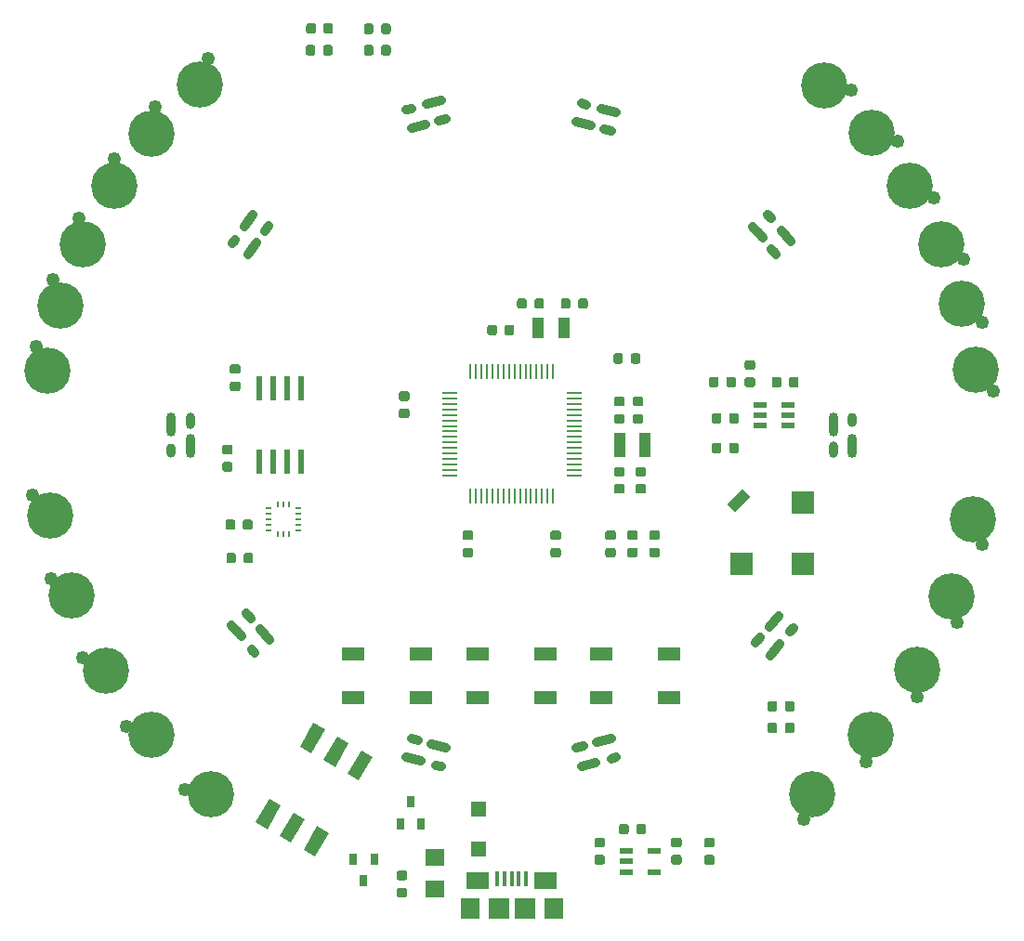
<source format=gtp>
G04 #@! TF.GenerationSoftware,KiCad,Pcbnew,(5.1.4-0-10_14)*
G04 #@! TF.CreationDate,2019-11-18T16:06:03-06:00*
G04 #@! TF.ProjectId,CircuitPythonBadge v1_3,43697263-7569-4745-9079-74686f6e4261,rev?*
G04 #@! TF.SameCoordinates,Original*
G04 #@! TF.FileFunction,Paste,Top*
G04 #@! TF.FilePolarity,Positive*
%FSLAX46Y46*%
G04 Gerber Fmt 4.6, Leading zero omitted, Abs format (unit mm)*
G04 Created by KiCad (PCBNEW (5.1.4-0-10_14)) date 2019-11-18 16:06:03*
%MOMM*%
%LPD*%
G04 APERTURE LIST*
%ADD10C,0.850000*%
%ADD11C,0.850000*%
%ADD12O,0.850000X1.500000*%
%ADD13O,0.850000X1.300000*%
%ADD14O,0.850000X2.200000*%
%ADD15R,1.800860X1.597660*%
%ADD16C,1.250000*%
%ADD17C,4.213860*%
%ADD18C,1.198880*%
%ADD19C,0.100000*%
%ADD20C,0.875000*%
%ADD21R,1.399540X1.399540*%
%ADD22R,1.016000X2.199640*%
%ADD23R,0.635000X1.016000*%
%ADD24R,1.198880X0.548640*%
%ADD25R,0.497840X0.248920*%
%ADD26R,0.248920X0.497840*%
%ADD27R,1.798320X1.899920*%
%ADD28R,1.899920X1.899920*%
%ADD29R,2.098040X1.597660*%
%ADD30R,0.398780X1.348740*%
%ADD31R,1.099820X1.899920*%
%ADD32R,1.998980X1.998980*%
%ADD33C,0.998220*%
%ADD34R,1.998980X1.198880*%
%ADD35R,0.280000X1.470000*%
%ADD36R,1.470000X0.280000*%
%ADD37R,0.599440X2.199640*%
G04 APERTURE END LIST*
D10*
X108725237Y-72301650D03*
D11*
X109039163Y-72385766D02*
X108411311Y-72217534D01*
D10*
X106570171Y-69912468D03*
D11*
X106787504Y-69970702D02*
X106352838Y-69854234D01*
D10*
X106551904Y-71719307D03*
D11*
X107203904Y-71894010D02*
X105899904Y-71544604D01*
D10*
X108840096Y-70520693D03*
D11*
X109492096Y-70695396D02*
X108188096Y-70345990D01*
D10*
X91172763Y-127850350D03*
D11*
X90858837Y-127766234D02*
X91486689Y-127934466D01*
D10*
X93327829Y-130239532D03*
D11*
X93110496Y-130181298D02*
X93545162Y-130297766D01*
D10*
X93346096Y-128432693D03*
D11*
X92694096Y-128257990D02*
X93998096Y-128607396D01*
D10*
X91057904Y-129631307D03*
D11*
X90405904Y-129456604D02*
X91709904Y-129806010D01*
D10*
X123863335Y-83346297D03*
D11*
X124072241Y-83595261D02*
X123654429Y-83097333D01*
D10*
X123468386Y-80153099D03*
D11*
X123613013Y-80325459D02*
X123323759Y-79980739D01*
D10*
X122417063Y-81622697D03*
D11*
X122850945Y-82139777D02*
X121983181Y-81105617D01*
D10*
X124978937Y-81953303D03*
D11*
X125412819Y-82470383D02*
X124545055Y-81436223D01*
D10*
X76034665Y-116551703D03*
D11*
X75825759Y-116302739D02*
X76243571Y-116800667D01*
D10*
X76429614Y-119744901D03*
D11*
X76284987Y-119572541D02*
X76574241Y-119917261D01*
D10*
X77480937Y-118275303D03*
D11*
X77047055Y-117758223D02*
X77914819Y-118792383D01*
D10*
X74919063Y-117944697D03*
D11*
X74485181Y-117427617D02*
X75352945Y-118461777D01*
D12*
X70725000Y-98776000D03*
D13*
X68975000Y-101476000D03*
D14*
X70725000Y-101026000D03*
X68975000Y-99126000D03*
D10*
X122446087Y-118797419D03*
D11*
X122237181Y-119046383D02*
X122654993Y-118548455D01*
D10*
X125522192Y-117853977D03*
D11*
X125377565Y-118026337D02*
X125666819Y-117681617D01*
D10*
X123892359Y-117073819D03*
D11*
X123458477Y-117590899D02*
X124326241Y-116556739D01*
D10*
X124011641Y-119654181D03*
D11*
X123577759Y-120171261D02*
X124445523Y-119137101D01*
D10*
X77662407Y-81224982D03*
D11*
X77848819Y-80958758D02*
X77475995Y-81491206D01*
D10*
X74680235Y-82432933D03*
D11*
X74809290Y-82248624D02*
X74551180Y-82617242D01*
D10*
X76371860Y-83068074D03*
D11*
X76759024Y-82515146D02*
X75984696Y-83621002D01*
D10*
X76028140Y-80507926D03*
D11*
X76415304Y-79954998D02*
X75640976Y-81060854D01*
D10*
X106213830Y-128523280D03*
D11*
X105899904Y-128607396D02*
X106527756Y-128439164D01*
D10*
X109274763Y-129514838D03*
D11*
X109057430Y-129573072D02*
X109492096Y-129456604D01*
D10*
X108387163Y-127940937D03*
D11*
X107735163Y-128115640D02*
X109039163Y-127766234D01*
D10*
X107004837Y-130123063D03*
D11*
X106352837Y-130297766D02*
X107656837Y-129948360D01*
D10*
X93684170Y-71374720D03*
D11*
X93998096Y-71290604D02*
X93370244Y-71458836D01*
D10*
X90623237Y-70383162D03*
D11*
X90840570Y-70324928D02*
X90405904Y-70441396D01*
D10*
X91510837Y-71957063D03*
D11*
X92162837Y-71782360D02*
X90858837Y-72131766D01*
D10*
X92893163Y-69774937D03*
D11*
X93545163Y-69600234D02*
X92241163Y-69949640D01*
D15*
X93000000Y-141419860D03*
X93000000Y-138580140D03*
D16*
X56694830Y-91965336D03*
D17*
X57699987Y-94199990D03*
D16*
X70178377Y-132415066D03*
D17*
X72599964Y-132789151D03*
D16*
X142826975Y-89784100D03*
D17*
X140999803Y-88151475D03*
D16*
X58224939Y-85947222D03*
D17*
X58909310Y-88300020D03*
D16*
X60542519Y-80291062D03*
D17*
X60892784Y-82716209D03*
D16*
X63802616Y-74880719D03*
D17*
X63769192Y-77330801D03*
D16*
X67526175Y-70179059D03*
D17*
X67194410Y-72606805D03*
D16*
X72314046Y-65748025D03*
D17*
X71606582Y-68093982D03*
D16*
X140577070Y-117177238D03*
D17*
X140100364Y-114773746D03*
D16*
X142887108Y-110072411D03*
D17*
X142000282Y-107788213D03*
D16*
X136952043Y-123949756D03*
D17*
X136899941Y-121500000D03*
D16*
X64880212Y-126610630D03*
D17*
X67200049Y-127399536D03*
D16*
X60912457Y-120374244D03*
D17*
X63060059Y-121554000D03*
D16*
X57989923Y-113164986D03*
D17*
X59900036Y-114699746D03*
D16*
X56293132Y-105557082D03*
D17*
X57907718Y-107400213D03*
D16*
X138428275Y-78488888D03*
D17*
X136240808Y-77384801D03*
D16*
X135119988Y-73288870D03*
D17*
X132800151Y-72499964D03*
D16*
X143852334Y-96027657D03*
D17*
X142303056Y-94129300D03*
D16*
X130906974Y-68658352D03*
D17*
X128499918Y-68199982D03*
D16*
X141137012Y-84062453D03*
D17*
X139100404Y-82700010D03*
D16*
X126610630Y-135119988D03*
D17*
X127399536Y-132800151D03*
D16*
X132315066Y-129848123D03*
D17*
X132689151Y-127426536D03*
D18*
X77836511Y-134612655D03*
D19*
G36*
X76692541Y-135395190D02*
G01*
X77942221Y-133230680D01*
X78980481Y-133830120D01*
X77730801Y-135994630D01*
X76692541Y-135395190D01*
X76692541Y-135395190D01*
G37*
D18*
X80001020Y-135862335D03*
D19*
G36*
X78857050Y-136644870D02*
G01*
X80106730Y-134480360D01*
X81144990Y-135079800D01*
X79895310Y-137244310D01*
X78857050Y-136644870D01*
X78857050Y-136644870D01*
G37*
D18*
X82165529Y-137112015D03*
D19*
G36*
X81021559Y-137894550D02*
G01*
X82271239Y-135730040D01*
X83309499Y-136329480D01*
X82059819Y-138493990D01*
X81021559Y-137894550D01*
X81021559Y-137894550D01*
G37*
D18*
X86163489Y-130187345D03*
D19*
G36*
X85019519Y-130969880D02*
G01*
X86269199Y-128805370D01*
X87307459Y-129404810D01*
X86057779Y-131569320D01*
X85019519Y-130969880D01*
X85019519Y-130969880D01*
G37*
D18*
X83998980Y-128937665D03*
D19*
G36*
X82855010Y-129720200D02*
G01*
X84104690Y-127555690D01*
X85142950Y-128155130D01*
X83893270Y-130319640D01*
X82855010Y-129720200D01*
X82855010Y-129720200D01*
G37*
D18*
X81834471Y-127687985D03*
D19*
G36*
X80690501Y-128470520D02*
G01*
X81940181Y-126306010D01*
X82978441Y-126905450D01*
X81728761Y-129069960D01*
X80690501Y-128470520D01*
X80690501Y-128470520D01*
G37*
G36*
X101164691Y-87626053D02*
G01*
X101185926Y-87629203D01*
X101206750Y-87634419D01*
X101226962Y-87641651D01*
X101246368Y-87650830D01*
X101264781Y-87661866D01*
X101282024Y-87674654D01*
X101297930Y-87689070D01*
X101312346Y-87704976D01*
X101325134Y-87722219D01*
X101336170Y-87740632D01*
X101345349Y-87760038D01*
X101352581Y-87780250D01*
X101357797Y-87801074D01*
X101360947Y-87822309D01*
X101362000Y-87843750D01*
X101362000Y-88356250D01*
X101360947Y-88377691D01*
X101357797Y-88398926D01*
X101352581Y-88419750D01*
X101345349Y-88439962D01*
X101336170Y-88459368D01*
X101325134Y-88477781D01*
X101312346Y-88495024D01*
X101297930Y-88510930D01*
X101282024Y-88525346D01*
X101264781Y-88538134D01*
X101246368Y-88549170D01*
X101226962Y-88558349D01*
X101206750Y-88565581D01*
X101185926Y-88570797D01*
X101164691Y-88573947D01*
X101143250Y-88575000D01*
X100705750Y-88575000D01*
X100684309Y-88573947D01*
X100663074Y-88570797D01*
X100642250Y-88565581D01*
X100622038Y-88558349D01*
X100602632Y-88549170D01*
X100584219Y-88538134D01*
X100566976Y-88525346D01*
X100551070Y-88510930D01*
X100536654Y-88495024D01*
X100523866Y-88477781D01*
X100512830Y-88459368D01*
X100503651Y-88439962D01*
X100496419Y-88419750D01*
X100491203Y-88398926D01*
X100488053Y-88377691D01*
X100487000Y-88356250D01*
X100487000Y-87843750D01*
X100488053Y-87822309D01*
X100491203Y-87801074D01*
X100496419Y-87780250D01*
X100503651Y-87760038D01*
X100512830Y-87740632D01*
X100523866Y-87722219D01*
X100536654Y-87704976D01*
X100551070Y-87689070D01*
X100566976Y-87674654D01*
X100584219Y-87661866D01*
X100602632Y-87650830D01*
X100622038Y-87641651D01*
X100642250Y-87634419D01*
X100663074Y-87629203D01*
X100684309Y-87626053D01*
X100705750Y-87625000D01*
X101143250Y-87625000D01*
X101164691Y-87626053D01*
X101164691Y-87626053D01*
G37*
D20*
X100924500Y-88100000D03*
D19*
G36*
X102739691Y-87626053D02*
G01*
X102760926Y-87629203D01*
X102781750Y-87634419D01*
X102801962Y-87641651D01*
X102821368Y-87650830D01*
X102839781Y-87661866D01*
X102857024Y-87674654D01*
X102872930Y-87689070D01*
X102887346Y-87704976D01*
X102900134Y-87722219D01*
X102911170Y-87740632D01*
X102920349Y-87760038D01*
X102927581Y-87780250D01*
X102932797Y-87801074D01*
X102935947Y-87822309D01*
X102937000Y-87843750D01*
X102937000Y-88356250D01*
X102935947Y-88377691D01*
X102932797Y-88398926D01*
X102927581Y-88419750D01*
X102920349Y-88439962D01*
X102911170Y-88459368D01*
X102900134Y-88477781D01*
X102887346Y-88495024D01*
X102872930Y-88510930D01*
X102857024Y-88525346D01*
X102839781Y-88538134D01*
X102821368Y-88549170D01*
X102801962Y-88558349D01*
X102781750Y-88565581D01*
X102760926Y-88570797D01*
X102739691Y-88573947D01*
X102718250Y-88575000D01*
X102280750Y-88575000D01*
X102259309Y-88573947D01*
X102238074Y-88570797D01*
X102217250Y-88565581D01*
X102197038Y-88558349D01*
X102177632Y-88549170D01*
X102159219Y-88538134D01*
X102141976Y-88525346D01*
X102126070Y-88510930D01*
X102111654Y-88495024D01*
X102098866Y-88477781D01*
X102087830Y-88459368D01*
X102078651Y-88439962D01*
X102071419Y-88419750D01*
X102066203Y-88398926D01*
X102063053Y-88377691D01*
X102062000Y-88356250D01*
X102062000Y-87843750D01*
X102063053Y-87822309D01*
X102066203Y-87801074D01*
X102071419Y-87780250D01*
X102078651Y-87760038D01*
X102087830Y-87740632D01*
X102098866Y-87722219D01*
X102111654Y-87704976D01*
X102126070Y-87689070D01*
X102141976Y-87674654D01*
X102159219Y-87661866D01*
X102177632Y-87650830D01*
X102197038Y-87641651D01*
X102217250Y-87634419D01*
X102238074Y-87629203D01*
X102259309Y-87626053D01*
X102280750Y-87625000D01*
X102718250Y-87625000D01*
X102739691Y-87626053D01*
X102739691Y-87626053D01*
G37*
D20*
X102499500Y-88100000D03*
D19*
G36*
X105152691Y-87626053D02*
G01*
X105173926Y-87629203D01*
X105194750Y-87634419D01*
X105214962Y-87641651D01*
X105234368Y-87650830D01*
X105252781Y-87661866D01*
X105270024Y-87674654D01*
X105285930Y-87689070D01*
X105300346Y-87704976D01*
X105313134Y-87722219D01*
X105324170Y-87740632D01*
X105333349Y-87760038D01*
X105340581Y-87780250D01*
X105345797Y-87801074D01*
X105348947Y-87822309D01*
X105350000Y-87843750D01*
X105350000Y-88356250D01*
X105348947Y-88377691D01*
X105345797Y-88398926D01*
X105340581Y-88419750D01*
X105333349Y-88439962D01*
X105324170Y-88459368D01*
X105313134Y-88477781D01*
X105300346Y-88495024D01*
X105285930Y-88510930D01*
X105270024Y-88525346D01*
X105252781Y-88538134D01*
X105234368Y-88549170D01*
X105214962Y-88558349D01*
X105194750Y-88565581D01*
X105173926Y-88570797D01*
X105152691Y-88573947D01*
X105131250Y-88575000D01*
X104693750Y-88575000D01*
X104672309Y-88573947D01*
X104651074Y-88570797D01*
X104630250Y-88565581D01*
X104610038Y-88558349D01*
X104590632Y-88549170D01*
X104572219Y-88538134D01*
X104554976Y-88525346D01*
X104539070Y-88510930D01*
X104524654Y-88495024D01*
X104511866Y-88477781D01*
X104500830Y-88459368D01*
X104491651Y-88439962D01*
X104484419Y-88419750D01*
X104479203Y-88398926D01*
X104476053Y-88377691D01*
X104475000Y-88356250D01*
X104475000Y-87843750D01*
X104476053Y-87822309D01*
X104479203Y-87801074D01*
X104484419Y-87780250D01*
X104491651Y-87760038D01*
X104500830Y-87740632D01*
X104511866Y-87722219D01*
X104524654Y-87704976D01*
X104539070Y-87689070D01*
X104554976Y-87674654D01*
X104572219Y-87661866D01*
X104590632Y-87650830D01*
X104610038Y-87641651D01*
X104630250Y-87634419D01*
X104651074Y-87629203D01*
X104672309Y-87626053D01*
X104693750Y-87625000D01*
X105131250Y-87625000D01*
X105152691Y-87626053D01*
X105152691Y-87626053D01*
G37*
D20*
X104912500Y-88100000D03*
D19*
G36*
X106727691Y-87626053D02*
G01*
X106748926Y-87629203D01*
X106769750Y-87634419D01*
X106789962Y-87641651D01*
X106809368Y-87650830D01*
X106827781Y-87661866D01*
X106845024Y-87674654D01*
X106860930Y-87689070D01*
X106875346Y-87704976D01*
X106888134Y-87722219D01*
X106899170Y-87740632D01*
X106908349Y-87760038D01*
X106915581Y-87780250D01*
X106920797Y-87801074D01*
X106923947Y-87822309D01*
X106925000Y-87843750D01*
X106925000Y-88356250D01*
X106923947Y-88377691D01*
X106920797Y-88398926D01*
X106915581Y-88419750D01*
X106908349Y-88439962D01*
X106899170Y-88459368D01*
X106888134Y-88477781D01*
X106875346Y-88495024D01*
X106860930Y-88510930D01*
X106845024Y-88525346D01*
X106827781Y-88538134D01*
X106809368Y-88549170D01*
X106789962Y-88558349D01*
X106769750Y-88565581D01*
X106748926Y-88570797D01*
X106727691Y-88573947D01*
X106706250Y-88575000D01*
X106268750Y-88575000D01*
X106247309Y-88573947D01*
X106226074Y-88570797D01*
X106205250Y-88565581D01*
X106185038Y-88558349D01*
X106165632Y-88549170D01*
X106147219Y-88538134D01*
X106129976Y-88525346D01*
X106114070Y-88510930D01*
X106099654Y-88495024D01*
X106086866Y-88477781D01*
X106075830Y-88459368D01*
X106066651Y-88439962D01*
X106059419Y-88419750D01*
X106054203Y-88398926D01*
X106051053Y-88377691D01*
X106050000Y-88356250D01*
X106050000Y-87843750D01*
X106051053Y-87822309D01*
X106054203Y-87801074D01*
X106059419Y-87780250D01*
X106066651Y-87760038D01*
X106075830Y-87740632D01*
X106086866Y-87722219D01*
X106099654Y-87704976D01*
X106114070Y-87689070D01*
X106129976Y-87674654D01*
X106147219Y-87661866D01*
X106165632Y-87650830D01*
X106185038Y-87641651D01*
X106205250Y-87634419D01*
X106226074Y-87629203D01*
X106247309Y-87626053D01*
X106268750Y-87625000D01*
X106706250Y-87625000D01*
X106727691Y-87626053D01*
X106727691Y-87626053D01*
G37*
D20*
X106487500Y-88100000D03*
D19*
G36*
X109277691Y-108776053D02*
G01*
X109298926Y-108779203D01*
X109319750Y-108784419D01*
X109339962Y-108791651D01*
X109359368Y-108800830D01*
X109377781Y-108811866D01*
X109395024Y-108824654D01*
X109410930Y-108839070D01*
X109425346Y-108854976D01*
X109438134Y-108872219D01*
X109449170Y-108890632D01*
X109458349Y-108910038D01*
X109465581Y-108930250D01*
X109470797Y-108951074D01*
X109473947Y-108972309D01*
X109475000Y-108993750D01*
X109475000Y-109431250D01*
X109473947Y-109452691D01*
X109470797Y-109473926D01*
X109465581Y-109494750D01*
X109458349Y-109514962D01*
X109449170Y-109534368D01*
X109438134Y-109552781D01*
X109425346Y-109570024D01*
X109410930Y-109585930D01*
X109395024Y-109600346D01*
X109377781Y-109613134D01*
X109359368Y-109624170D01*
X109339962Y-109633349D01*
X109319750Y-109640581D01*
X109298926Y-109645797D01*
X109277691Y-109648947D01*
X109256250Y-109650000D01*
X108743750Y-109650000D01*
X108722309Y-109648947D01*
X108701074Y-109645797D01*
X108680250Y-109640581D01*
X108660038Y-109633349D01*
X108640632Y-109624170D01*
X108622219Y-109613134D01*
X108604976Y-109600346D01*
X108589070Y-109585930D01*
X108574654Y-109570024D01*
X108561866Y-109552781D01*
X108550830Y-109534368D01*
X108541651Y-109514962D01*
X108534419Y-109494750D01*
X108529203Y-109473926D01*
X108526053Y-109452691D01*
X108525000Y-109431250D01*
X108525000Y-108993750D01*
X108526053Y-108972309D01*
X108529203Y-108951074D01*
X108534419Y-108930250D01*
X108541651Y-108910038D01*
X108550830Y-108890632D01*
X108561866Y-108872219D01*
X108574654Y-108854976D01*
X108589070Y-108839070D01*
X108604976Y-108824654D01*
X108622219Y-108811866D01*
X108640632Y-108800830D01*
X108660038Y-108791651D01*
X108680250Y-108784419D01*
X108701074Y-108779203D01*
X108722309Y-108776053D01*
X108743750Y-108775000D01*
X109256250Y-108775000D01*
X109277691Y-108776053D01*
X109277691Y-108776053D01*
G37*
D20*
X109000000Y-109212500D03*
D19*
G36*
X109277691Y-110351053D02*
G01*
X109298926Y-110354203D01*
X109319750Y-110359419D01*
X109339962Y-110366651D01*
X109359368Y-110375830D01*
X109377781Y-110386866D01*
X109395024Y-110399654D01*
X109410930Y-110414070D01*
X109425346Y-110429976D01*
X109438134Y-110447219D01*
X109449170Y-110465632D01*
X109458349Y-110485038D01*
X109465581Y-110505250D01*
X109470797Y-110526074D01*
X109473947Y-110547309D01*
X109475000Y-110568750D01*
X109475000Y-111006250D01*
X109473947Y-111027691D01*
X109470797Y-111048926D01*
X109465581Y-111069750D01*
X109458349Y-111089962D01*
X109449170Y-111109368D01*
X109438134Y-111127781D01*
X109425346Y-111145024D01*
X109410930Y-111160930D01*
X109395024Y-111175346D01*
X109377781Y-111188134D01*
X109359368Y-111199170D01*
X109339962Y-111208349D01*
X109319750Y-111215581D01*
X109298926Y-111220797D01*
X109277691Y-111223947D01*
X109256250Y-111225000D01*
X108743750Y-111225000D01*
X108722309Y-111223947D01*
X108701074Y-111220797D01*
X108680250Y-111215581D01*
X108660038Y-111208349D01*
X108640632Y-111199170D01*
X108622219Y-111188134D01*
X108604976Y-111175346D01*
X108589070Y-111160930D01*
X108574654Y-111145024D01*
X108561866Y-111127781D01*
X108550830Y-111109368D01*
X108541651Y-111089962D01*
X108534419Y-111069750D01*
X108529203Y-111048926D01*
X108526053Y-111027691D01*
X108525000Y-111006250D01*
X108525000Y-110568750D01*
X108526053Y-110547309D01*
X108529203Y-110526074D01*
X108534419Y-110505250D01*
X108541651Y-110485038D01*
X108550830Y-110465632D01*
X108561866Y-110447219D01*
X108574654Y-110429976D01*
X108589070Y-110414070D01*
X108604976Y-110399654D01*
X108622219Y-110386866D01*
X108640632Y-110375830D01*
X108660038Y-110366651D01*
X108680250Y-110359419D01*
X108701074Y-110354203D01*
X108722309Y-110351053D01*
X108743750Y-110350000D01*
X109256250Y-110350000D01*
X109277691Y-110351053D01*
X109277691Y-110351053D01*
G37*
D20*
X109000000Y-110787500D03*
D19*
G36*
X112027691Y-102976053D02*
G01*
X112048926Y-102979203D01*
X112069750Y-102984419D01*
X112089962Y-102991651D01*
X112109368Y-103000830D01*
X112127781Y-103011866D01*
X112145024Y-103024654D01*
X112160930Y-103039070D01*
X112175346Y-103054976D01*
X112188134Y-103072219D01*
X112199170Y-103090632D01*
X112208349Y-103110038D01*
X112215581Y-103130250D01*
X112220797Y-103151074D01*
X112223947Y-103172309D01*
X112225000Y-103193750D01*
X112225000Y-103631250D01*
X112223947Y-103652691D01*
X112220797Y-103673926D01*
X112215581Y-103694750D01*
X112208349Y-103714962D01*
X112199170Y-103734368D01*
X112188134Y-103752781D01*
X112175346Y-103770024D01*
X112160930Y-103785930D01*
X112145024Y-103800346D01*
X112127781Y-103813134D01*
X112109368Y-103824170D01*
X112089962Y-103833349D01*
X112069750Y-103840581D01*
X112048926Y-103845797D01*
X112027691Y-103848947D01*
X112006250Y-103850000D01*
X111493750Y-103850000D01*
X111472309Y-103848947D01*
X111451074Y-103845797D01*
X111430250Y-103840581D01*
X111410038Y-103833349D01*
X111390632Y-103824170D01*
X111372219Y-103813134D01*
X111354976Y-103800346D01*
X111339070Y-103785930D01*
X111324654Y-103770024D01*
X111311866Y-103752781D01*
X111300830Y-103734368D01*
X111291651Y-103714962D01*
X111284419Y-103694750D01*
X111279203Y-103673926D01*
X111276053Y-103652691D01*
X111275000Y-103631250D01*
X111275000Y-103193750D01*
X111276053Y-103172309D01*
X111279203Y-103151074D01*
X111284419Y-103130250D01*
X111291651Y-103110038D01*
X111300830Y-103090632D01*
X111311866Y-103072219D01*
X111324654Y-103054976D01*
X111339070Y-103039070D01*
X111354976Y-103024654D01*
X111372219Y-103011866D01*
X111390632Y-103000830D01*
X111410038Y-102991651D01*
X111430250Y-102984419D01*
X111451074Y-102979203D01*
X111472309Y-102976053D01*
X111493750Y-102975000D01*
X112006250Y-102975000D01*
X112027691Y-102976053D01*
X112027691Y-102976053D01*
G37*
D20*
X111750000Y-103412500D03*
D19*
G36*
X112027691Y-104551053D02*
G01*
X112048926Y-104554203D01*
X112069750Y-104559419D01*
X112089962Y-104566651D01*
X112109368Y-104575830D01*
X112127781Y-104586866D01*
X112145024Y-104599654D01*
X112160930Y-104614070D01*
X112175346Y-104629976D01*
X112188134Y-104647219D01*
X112199170Y-104665632D01*
X112208349Y-104685038D01*
X112215581Y-104705250D01*
X112220797Y-104726074D01*
X112223947Y-104747309D01*
X112225000Y-104768750D01*
X112225000Y-105206250D01*
X112223947Y-105227691D01*
X112220797Y-105248926D01*
X112215581Y-105269750D01*
X112208349Y-105289962D01*
X112199170Y-105309368D01*
X112188134Y-105327781D01*
X112175346Y-105345024D01*
X112160930Y-105360930D01*
X112145024Y-105375346D01*
X112127781Y-105388134D01*
X112109368Y-105399170D01*
X112089962Y-105408349D01*
X112069750Y-105415581D01*
X112048926Y-105420797D01*
X112027691Y-105423947D01*
X112006250Y-105425000D01*
X111493750Y-105425000D01*
X111472309Y-105423947D01*
X111451074Y-105420797D01*
X111430250Y-105415581D01*
X111410038Y-105408349D01*
X111390632Y-105399170D01*
X111372219Y-105388134D01*
X111354976Y-105375346D01*
X111339070Y-105360930D01*
X111324654Y-105345024D01*
X111311866Y-105327781D01*
X111300830Y-105309368D01*
X111291651Y-105289962D01*
X111284419Y-105269750D01*
X111279203Y-105248926D01*
X111276053Y-105227691D01*
X111275000Y-105206250D01*
X111275000Y-104768750D01*
X111276053Y-104747309D01*
X111279203Y-104726074D01*
X111284419Y-104705250D01*
X111291651Y-104685038D01*
X111300830Y-104665632D01*
X111311866Y-104647219D01*
X111324654Y-104629976D01*
X111339070Y-104614070D01*
X111354976Y-104599654D01*
X111372219Y-104586866D01*
X111390632Y-104575830D01*
X111410038Y-104566651D01*
X111430250Y-104559419D01*
X111451074Y-104554203D01*
X111472309Y-104551053D01*
X111493750Y-104550000D01*
X112006250Y-104550000D01*
X112027691Y-104551053D01*
X112027691Y-104551053D01*
G37*
D20*
X111750000Y-104987500D03*
D19*
G36*
X110077691Y-104551053D02*
G01*
X110098926Y-104554203D01*
X110119750Y-104559419D01*
X110139962Y-104566651D01*
X110159368Y-104575830D01*
X110177781Y-104586866D01*
X110195024Y-104599654D01*
X110210930Y-104614070D01*
X110225346Y-104629976D01*
X110238134Y-104647219D01*
X110249170Y-104665632D01*
X110258349Y-104685038D01*
X110265581Y-104705250D01*
X110270797Y-104726074D01*
X110273947Y-104747309D01*
X110275000Y-104768750D01*
X110275000Y-105206250D01*
X110273947Y-105227691D01*
X110270797Y-105248926D01*
X110265581Y-105269750D01*
X110258349Y-105289962D01*
X110249170Y-105309368D01*
X110238134Y-105327781D01*
X110225346Y-105345024D01*
X110210930Y-105360930D01*
X110195024Y-105375346D01*
X110177781Y-105388134D01*
X110159368Y-105399170D01*
X110139962Y-105408349D01*
X110119750Y-105415581D01*
X110098926Y-105420797D01*
X110077691Y-105423947D01*
X110056250Y-105425000D01*
X109543750Y-105425000D01*
X109522309Y-105423947D01*
X109501074Y-105420797D01*
X109480250Y-105415581D01*
X109460038Y-105408349D01*
X109440632Y-105399170D01*
X109422219Y-105388134D01*
X109404976Y-105375346D01*
X109389070Y-105360930D01*
X109374654Y-105345024D01*
X109361866Y-105327781D01*
X109350830Y-105309368D01*
X109341651Y-105289962D01*
X109334419Y-105269750D01*
X109329203Y-105248926D01*
X109326053Y-105227691D01*
X109325000Y-105206250D01*
X109325000Y-104768750D01*
X109326053Y-104747309D01*
X109329203Y-104726074D01*
X109334419Y-104705250D01*
X109341651Y-104685038D01*
X109350830Y-104665632D01*
X109361866Y-104647219D01*
X109374654Y-104629976D01*
X109389070Y-104614070D01*
X109404976Y-104599654D01*
X109422219Y-104586866D01*
X109440632Y-104575830D01*
X109460038Y-104566651D01*
X109480250Y-104559419D01*
X109501074Y-104554203D01*
X109522309Y-104551053D01*
X109543750Y-104550000D01*
X110056250Y-104550000D01*
X110077691Y-104551053D01*
X110077691Y-104551053D01*
G37*
D20*
X109800000Y-104987500D03*
D19*
G36*
X110077691Y-102976053D02*
G01*
X110098926Y-102979203D01*
X110119750Y-102984419D01*
X110139962Y-102991651D01*
X110159368Y-103000830D01*
X110177781Y-103011866D01*
X110195024Y-103024654D01*
X110210930Y-103039070D01*
X110225346Y-103054976D01*
X110238134Y-103072219D01*
X110249170Y-103090632D01*
X110258349Y-103110038D01*
X110265581Y-103130250D01*
X110270797Y-103151074D01*
X110273947Y-103172309D01*
X110275000Y-103193750D01*
X110275000Y-103631250D01*
X110273947Y-103652691D01*
X110270797Y-103673926D01*
X110265581Y-103694750D01*
X110258349Y-103714962D01*
X110249170Y-103734368D01*
X110238134Y-103752781D01*
X110225346Y-103770024D01*
X110210930Y-103785930D01*
X110195024Y-103800346D01*
X110177781Y-103813134D01*
X110159368Y-103824170D01*
X110139962Y-103833349D01*
X110119750Y-103840581D01*
X110098926Y-103845797D01*
X110077691Y-103848947D01*
X110056250Y-103850000D01*
X109543750Y-103850000D01*
X109522309Y-103848947D01*
X109501074Y-103845797D01*
X109480250Y-103840581D01*
X109460038Y-103833349D01*
X109440632Y-103824170D01*
X109422219Y-103813134D01*
X109404976Y-103800346D01*
X109389070Y-103785930D01*
X109374654Y-103770024D01*
X109361866Y-103752781D01*
X109350830Y-103734368D01*
X109341651Y-103714962D01*
X109334419Y-103694750D01*
X109329203Y-103673926D01*
X109326053Y-103652691D01*
X109325000Y-103631250D01*
X109325000Y-103193750D01*
X109326053Y-103172309D01*
X109329203Y-103151074D01*
X109334419Y-103130250D01*
X109341651Y-103110038D01*
X109350830Y-103090632D01*
X109361866Y-103072219D01*
X109374654Y-103054976D01*
X109389070Y-103039070D01*
X109404976Y-103024654D01*
X109422219Y-103011866D01*
X109440632Y-103000830D01*
X109460038Y-102991651D01*
X109480250Y-102984419D01*
X109501074Y-102979203D01*
X109522309Y-102976053D01*
X109543750Y-102975000D01*
X110056250Y-102975000D01*
X110077691Y-102976053D01*
X110077691Y-102976053D01*
G37*
D20*
X109800000Y-103412500D03*
D19*
G36*
X111777691Y-98151053D02*
G01*
X111798926Y-98154203D01*
X111819750Y-98159419D01*
X111839962Y-98166651D01*
X111859368Y-98175830D01*
X111877781Y-98186866D01*
X111895024Y-98199654D01*
X111910930Y-98214070D01*
X111925346Y-98229976D01*
X111938134Y-98247219D01*
X111949170Y-98265632D01*
X111958349Y-98285038D01*
X111965581Y-98305250D01*
X111970797Y-98326074D01*
X111973947Y-98347309D01*
X111975000Y-98368750D01*
X111975000Y-98806250D01*
X111973947Y-98827691D01*
X111970797Y-98848926D01*
X111965581Y-98869750D01*
X111958349Y-98889962D01*
X111949170Y-98909368D01*
X111938134Y-98927781D01*
X111925346Y-98945024D01*
X111910930Y-98960930D01*
X111895024Y-98975346D01*
X111877781Y-98988134D01*
X111859368Y-98999170D01*
X111839962Y-99008349D01*
X111819750Y-99015581D01*
X111798926Y-99020797D01*
X111777691Y-99023947D01*
X111756250Y-99025000D01*
X111243750Y-99025000D01*
X111222309Y-99023947D01*
X111201074Y-99020797D01*
X111180250Y-99015581D01*
X111160038Y-99008349D01*
X111140632Y-98999170D01*
X111122219Y-98988134D01*
X111104976Y-98975346D01*
X111089070Y-98960930D01*
X111074654Y-98945024D01*
X111061866Y-98927781D01*
X111050830Y-98909368D01*
X111041651Y-98889962D01*
X111034419Y-98869750D01*
X111029203Y-98848926D01*
X111026053Y-98827691D01*
X111025000Y-98806250D01*
X111025000Y-98368750D01*
X111026053Y-98347309D01*
X111029203Y-98326074D01*
X111034419Y-98305250D01*
X111041651Y-98285038D01*
X111050830Y-98265632D01*
X111061866Y-98247219D01*
X111074654Y-98229976D01*
X111089070Y-98214070D01*
X111104976Y-98199654D01*
X111122219Y-98186866D01*
X111140632Y-98175830D01*
X111160038Y-98166651D01*
X111180250Y-98159419D01*
X111201074Y-98154203D01*
X111222309Y-98151053D01*
X111243750Y-98150000D01*
X111756250Y-98150000D01*
X111777691Y-98151053D01*
X111777691Y-98151053D01*
G37*
D20*
X111500000Y-98587500D03*
D19*
G36*
X111777691Y-96576053D02*
G01*
X111798926Y-96579203D01*
X111819750Y-96584419D01*
X111839962Y-96591651D01*
X111859368Y-96600830D01*
X111877781Y-96611866D01*
X111895024Y-96624654D01*
X111910930Y-96639070D01*
X111925346Y-96654976D01*
X111938134Y-96672219D01*
X111949170Y-96690632D01*
X111958349Y-96710038D01*
X111965581Y-96730250D01*
X111970797Y-96751074D01*
X111973947Y-96772309D01*
X111975000Y-96793750D01*
X111975000Y-97231250D01*
X111973947Y-97252691D01*
X111970797Y-97273926D01*
X111965581Y-97294750D01*
X111958349Y-97314962D01*
X111949170Y-97334368D01*
X111938134Y-97352781D01*
X111925346Y-97370024D01*
X111910930Y-97385930D01*
X111895024Y-97400346D01*
X111877781Y-97413134D01*
X111859368Y-97424170D01*
X111839962Y-97433349D01*
X111819750Y-97440581D01*
X111798926Y-97445797D01*
X111777691Y-97448947D01*
X111756250Y-97450000D01*
X111243750Y-97450000D01*
X111222309Y-97448947D01*
X111201074Y-97445797D01*
X111180250Y-97440581D01*
X111160038Y-97433349D01*
X111140632Y-97424170D01*
X111122219Y-97413134D01*
X111104976Y-97400346D01*
X111089070Y-97385930D01*
X111074654Y-97370024D01*
X111061866Y-97352781D01*
X111050830Y-97334368D01*
X111041651Y-97314962D01*
X111034419Y-97294750D01*
X111029203Y-97273926D01*
X111026053Y-97252691D01*
X111025000Y-97231250D01*
X111025000Y-96793750D01*
X111026053Y-96772309D01*
X111029203Y-96751074D01*
X111034419Y-96730250D01*
X111041651Y-96710038D01*
X111050830Y-96690632D01*
X111061866Y-96672219D01*
X111074654Y-96654976D01*
X111089070Y-96639070D01*
X111104976Y-96624654D01*
X111122219Y-96611866D01*
X111140632Y-96600830D01*
X111160038Y-96591651D01*
X111180250Y-96584419D01*
X111201074Y-96579203D01*
X111222309Y-96576053D01*
X111243750Y-96575000D01*
X111756250Y-96575000D01*
X111777691Y-96576053D01*
X111777691Y-96576053D01*
G37*
D20*
X111500000Y-97012500D03*
D19*
G36*
X98452691Y-90026053D02*
G01*
X98473926Y-90029203D01*
X98494750Y-90034419D01*
X98514962Y-90041651D01*
X98534368Y-90050830D01*
X98552781Y-90061866D01*
X98570024Y-90074654D01*
X98585930Y-90089070D01*
X98600346Y-90104976D01*
X98613134Y-90122219D01*
X98624170Y-90140632D01*
X98633349Y-90160038D01*
X98640581Y-90180250D01*
X98645797Y-90201074D01*
X98648947Y-90222309D01*
X98650000Y-90243750D01*
X98650000Y-90756250D01*
X98648947Y-90777691D01*
X98645797Y-90798926D01*
X98640581Y-90819750D01*
X98633349Y-90839962D01*
X98624170Y-90859368D01*
X98613134Y-90877781D01*
X98600346Y-90895024D01*
X98585930Y-90910930D01*
X98570024Y-90925346D01*
X98552781Y-90938134D01*
X98534368Y-90949170D01*
X98514962Y-90958349D01*
X98494750Y-90965581D01*
X98473926Y-90970797D01*
X98452691Y-90973947D01*
X98431250Y-90975000D01*
X97993750Y-90975000D01*
X97972309Y-90973947D01*
X97951074Y-90970797D01*
X97930250Y-90965581D01*
X97910038Y-90958349D01*
X97890632Y-90949170D01*
X97872219Y-90938134D01*
X97854976Y-90925346D01*
X97839070Y-90910930D01*
X97824654Y-90895024D01*
X97811866Y-90877781D01*
X97800830Y-90859368D01*
X97791651Y-90839962D01*
X97784419Y-90819750D01*
X97779203Y-90798926D01*
X97776053Y-90777691D01*
X97775000Y-90756250D01*
X97775000Y-90243750D01*
X97776053Y-90222309D01*
X97779203Y-90201074D01*
X97784419Y-90180250D01*
X97791651Y-90160038D01*
X97800830Y-90140632D01*
X97811866Y-90122219D01*
X97824654Y-90104976D01*
X97839070Y-90089070D01*
X97854976Y-90074654D01*
X97872219Y-90061866D01*
X97890632Y-90050830D01*
X97910038Y-90041651D01*
X97930250Y-90034419D01*
X97951074Y-90029203D01*
X97972309Y-90026053D01*
X97993750Y-90025000D01*
X98431250Y-90025000D01*
X98452691Y-90026053D01*
X98452691Y-90026053D01*
G37*
D20*
X98212500Y-90500000D03*
D19*
G36*
X100027691Y-90026053D02*
G01*
X100048926Y-90029203D01*
X100069750Y-90034419D01*
X100089962Y-90041651D01*
X100109368Y-90050830D01*
X100127781Y-90061866D01*
X100145024Y-90074654D01*
X100160930Y-90089070D01*
X100175346Y-90104976D01*
X100188134Y-90122219D01*
X100199170Y-90140632D01*
X100208349Y-90160038D01*
X100215581Y-90180250D01*
X100220797Y-90201074D01*
X100223947Y-90222309D01*
X100225000Y-90243750D01*
X100225000Y-90756250D01*
X100223947Y-90777691D01*
X100220797Y-90798926D01*
X100215581Y-90819750D01*
X100208349Y-90839962D01*
X100199170Y-90859368D01*
X100188134Y-90877781D01*
X100175346Y-90895024D01*
X100160930Y-90910930D01*
X100145024Y-90925346D01*
X100127781Y-90938134D01*
X100109368Y-90949170D01*
X100089962Y-90958349D01*
X100069750Y-90965581D01*
X100048926Y-90970797D01*
X100027691Y-90973947D01*
X100006250Y-90975000D01*
X99568750Y-90975000D01*
X99547309Y-90973947D01*
X99526074Y-90970797D01*
X99505250Y-90965581D01*
X99485038Y-90958349D01*
X99465632Y-90949170D01*
X99447219Y-90938134D01*
X99429976Y-90925346D01*
X99414070Y-90910930D01*
X99399654Y-90895024D01*
X99386866Y-90877781D01*
X99375830Y-90859368D01*
X99366651Y-90839962D01*
X99359419Y-90819750D01*
X99354203Y-90798926D01*
X99351053Y-90777691D01*
X99350000Y-90756250D01*
X99350000Y-90243750D01*
X99351053Y-90222309D01*
X99354203Y-90201074D01*
X99359419Y-90180250D01*
X99366651Y-90160038D01*
X99375830Y-90140632D01*
X99386866Y-90122219D01*
X99399654Y-90104976D01*
X99414070Y-90089070D01*
X99429976Y-90074654D01*
X99447219Y-90061866D01*
X99465632Y-90050830D01*
X99485038Y-90041651D01*
X99505250Y-90034419D01*
X99526074Y-90029203D01*
X99547309Y-90026053D01*
X99568750Y-90025000D01*
X100006250Y-90025000D01*
X100027691Y-90026053D01*
X100027691Y-90026053D01*
G37*
D20*
X99787500Y-90500000D03*
D19*
G36*
X104277691Y-110351053D02*
G01*
X104298926Y-110354203D01*
X104319750Y-110359419D01*
X104339962Y-110366651D01*
X104359368Y-110375830D01*
X104377781Y-110386866D01*
X104395024Y-110399654D01*
X104410930Y-110414070D01*
X104425346Y-110429976D01*
X104438134Y-110447219D01*
X104449170Y-110465632D01*
X104458349Y-110485038D01*
X104465581Y-110505250D01*
X104470797Y-110526074D01*
X104473947Y-110547309D01*
X104475000Y-110568750D01*
X104475000Y-111006250D01*
X104473947Y-111027691D01*
X104470797Y-111048926D01*
X104465581Y-111069750D01*
X104458349Y-111089962D01*
X104449170Y-111109368D01*
X104438134Y-111127781D01*
X104425346Y-111145024D01*
X104410930Y-111160930D01*
X104395024Y-111175346D01*
X104377781Y-111188134D01*
X104359368Y-111199170D01*
X104339962Y-111208349D01*
X104319750Y-111215581D01*
X104298926Y-111220797D01*
X104277691Y-111223947D01*
X104256250Y-111225000D01*
X103743750Y-111225000D01*
X103722309Y-111223947D01*
X103701074Y-111220797D01*
X103680250Y-111215581D01*
X103660038Y-111208349D01*
X103640632Y-111199170D01*
X103622219Y-111188134D01*
X103604976Y-111175346D01*
X103589070Y-111160930D01*
X103574654Y-111145024D01*
X103561866Y-111127781D01*
X103550830Y-111109368D01*
X103541651Y-111089962D01*
X103534419Y-111069750D01*
X103529203Y-111048926D01*
X103526053Y-111027691D01*
X103525000Y-111006250D01*
X103525000Y-110568750D01*
X103526053Y-110547309D01*
X103529203Y-110526074D01*
X103534419Y-110505250D01*
X103541651Y-110485038D01*
X103550830Y-110465632D01*
X103561866Y-110447219D01*
X103574654Y-110429976D01*
X103589070Y-110414070D01*
X103604976Y-110399654D01*
X103622219Y-110386866D01*
X103640632Y-110375830D01*
X103660038Y-110366651D01*
X103680250Y-110359419D01*
X103701074Y-110354203D01*
X103722309Y-110351053D01*
X103743750Y-110350000D01*
X104256250Y-110350000D01*
X104277691Y-110351053D01*
X104277691Y-110351053D01*
G37*
D20*
X104000000Y-110787500D03*
D19*
G36*
X104277691Y-108776053D02*
G01*
X104298926Y-108779203D01*
X104319750Y-108784419D01*
X104339962Y-108791651D01*
X104359368Y-108800830D01*
X104377781Y-108811866D01*
X104395024Y-108824654D01*
X104410930Y-108839070D01*
X104425346Y-108854976D01*
X104438134Y-108872219D01*
X104449170Y-108890632D01*
X104458349Y-108910038D01*
X104465581Y-108930250D01*
X104470797Y-108951074D01*
X104473947Y-108972309D01*
X104475000Y-108993750D01*
X104475000Y-109431250D01*
X104473947Y-109452691D01*
X104470797Y-109473926D01*
X104465581Y-109494750D01*
X104458349Y-109514962D01*
X104449170Y-109534368D01*
X104438134Y-109552781D01*
X104425346Y-109570024D01*
X104410930Y-109585930D01*
X104395024Y-109600346D01*
X104377781Y-109613134D01*
X104359368Y-109624170D01*
X104339962Y-109633349D01*
X104319750Y-109640581D01*
X104298926Y-109645797D01*
X104277691Y-109648947D01*
X104256250Y-109650000D01*
X103743750Y-109650000D01*
X103722309Y-109648947D01*
X103701074Y-109645797D01*
X103680250Y-109640581D01*
X103660038Y-109633349D01*
X103640632Y-109624170D01*
X103622219Y-109613134D01*
X103604976Y-109600346D01*
X103589070Y-109585930D01*
X103574654Y-109570024D01*
X103561866Y-109552781D01*
X103550830Y-109534368D01*
X103541651Y-109514962D01*
X103534419Y-109494750D01*
X103529203Y-109473926D01*
X103526053Y-109452691D01*
X103525000Y-109431250D01*
X103525000Y-108993750D01*
X103526053Y-108972309D01*
X103529203Y-108951074D01*
X103534419Y-108930250D01*
X103541651Y-108910038D01*
X103550830Y-108890632D01*
X103561866Y-108872219D01*
X103574654Y-108854976D01*
X103589070Y-108839070D01*
X103604976Y-108824654D01*
X103622219Y-108811866D01*
X103640632Y-108800830D01*
X103660038Y-108791651D01*
X103680250Y-108784419D01*
X103701074Y-108779203D01*
X103722309Y-108776053D01*
X103743750Y-108775000D01*
X104256250Y-108775000D01*
X104277691Y-108776053D01*
X104277691Y-108776053D01*
G37*
D20*
X104000000Y-109212500D03*
D19*
G36*
X90477691Y-97663553D02*
G01*
X90498926Y-97666703D01*
X90519750Y-97671919D01*
X90539962Y-97679151D01*
X90559368Y-97688330D01*
X90577781Y-97699366D01*
X90595024Y-97712154D01*
X90610930Y-97726570D01*
X90625346Y-97742476D01*
X90638134Y-97759719D01*
X90649170Y-97778132D01*
X90658349Y-97797538D01*
X90665581Y-97817750D01*
X90670797Y-97838574D01*
X90673947Y-97859809D01*
X90675000Y-97881250D01*
X90675000Y-98318750D01*
X90673947Y-98340191D01*
X90670797Y-98361426D01*
X90665581Y-98382250D01*
X90658349Y-98402462D01*
X90649170Y-98421868D01*
X90638134Y-98440281D01*
X90625346Y-98457524D01*
X90610930Y-98473430D01*
X90595024Y-98487846D01*
X90577781Y-98500634D01*
X90559368Y-98511670D01*
X90539962Y-98520849D01*
X90519750Y-98528081D01*
X90498926Y-98533297D01*
X90477691Y-98536447D01*
X90456250Y-98537500D01*
X89943750Y-98537500D01*
X89922309Y-98536447D01*
X89901074Y-98533297D01*
X89880250Y-98528081D01*
X89860038Y-98520849D01*
X89840632Y-98511670D01*
X89822219Y-98500634D01*
X89804976Y-98487846D01*
X89789070Y-98473430D01*
X89774654Y-98457524D01*
X89761866Y-98440281D01*
X89750830Y-98421868D01*
X89741651Y-98402462D01*
X89734419Y-98382250D01*
X89729203Y-98361426D01*
X89726053Y-98340191D01*
X89725000Y-98318750D01*
X89725000Y-97881250D01*
X89726053Y-97859809D01*
X89729203Y-97838574D01*
X89734419Y-97817750D01*
X89741651Y-97797538D01*
X89750830Y-97778132D01*
X89761866Y-97759719D01*
X89774654Y-97742476D01*
X89789070Y-97726570D01*
X89804976Y-97712154D01*
X89822219Y-97699366D01*
X89840632Y-97688330D01*
X89860038Y-97679151D01*
X89880250Y-97671919D01*
X89901074Y-97666703D01*
X89922309Y-97663553D01*
X89943750Y-97662500D01*
X90456250Y-97662500D01*
X90477691Y-97663553D01*
X90477691Y-97663553D01*
G37*
D20*
X90200000Y-98100000D03*
D19*
G36*
X90477691Y-96088553D02*
G01*
X90498926Y-96091703D01*
X90519750Y-96096919D01*
X90539962Y-96104151D01*
X90559368Y-96113330D01*
X90577781Y-96124366D01*
X90595024Y-96137154D01*
X90610930Y-96151570D01*
X90625346Y-96167476D01*
X90638134Y-96184719D01*
X90649170Y-96203132D01*
X90658349Y-96222538D01*
X90665581Y-96242750D01*
X90670797Y-96263574D01*
X90673947Y-96284809D01*
X90675000Y-96306250D01*
X90675000Y-96743750D01*
X90673947Y-96765191D01*
X90670797Y-96786426D01*
X90665581Y-96807250D01*
X90658349Y-96827462D01*
X90649170Y-96846868D01*
X90638134Y-96865281D01*
X90625346Y-96882524D01*
X90610930Y-96898430D01*
X90595024Y-96912846D01*
X90577781Y-96925634D01*
X90559368Y-96936670D01*
X90539962Y-96945849D01*
X90519750Y-96953081D01*
X90498926Y-96958297D01*
X90477691Y-96961447D01*
X90456250Y-96962500D01*
X89943750Y-96962500D01*
X89922309Y-96961447D01*
X89901074Y-96958297D01*
X89880250Y-96953081D01*
X89860038Y-96945849D01*
X89840632Y-96936670D01*
X89822219Y-96925634D01*
X89804976Y-96912846D01*
X89789070Y-96898430D01*
X89774654Y-96882524D01*
X89761866Y-96865281D01*
X89750830Y-96846868D01*
X89741651Y-96827462D01*
X89734419Y-96807250D01*
X89729203Y-96786426D01*
X89726053Y-96765191D01*
X89725000Y-96743750D01*
X89725000Y-96306250D01*
X89726053Y-96284809D01*
X89729203Y-96263574D01*
X89734419Y-96242750D01*
X89741651Y-96222538D01*
X89750830Y-96203132D01*
X89761866Y-96184719D01*
X89774654Y-96167476D01*
X89789070Y-96151570D01*
X89804976Y-96137154D01*
X89822219Y-96124366D01*
X89840632Y-96113330D01*
X89860038Y-96104151D01*
X89880250Y-96096919D01*
X89901074Y-96091703D01*
X89922309Y-96088553D01*
X89943750Y-96087500D01*
X90456250Y-96087500D01*
X90477691Y-96088553D01*
X90477691Y-96088553D01*
G37*
D20*
X90200000Y-96525000D03*
D19*
G36*
X110077691Y-98151053D02*
G01*
X110098926Y-98154203D01*
X110119750Y-98159419D01*
X110139962Y-98166651D01*
X110159368Y-98175830D01*
X110177781Y-98186866D01*
X110195024Y-98199654D01*
X110210930Y-98214070D01*
X110225346Y-98229976D01*
X110238134Y-98247219D01*
X110249170Y-98265632D01*
X110258349Y-98285038D01*
X110265581Y-98305250D01*
X110270797Y-98326074D01*
X110273947Y-98347309D01*
X110275000Y-98368750D01*
X110275000Y-98806250D01*
X110273947Y-98827691D01*
X110270797Y-98848926D01*
X110265581Y-98869750D01*
X110258349Y-98889962D01*
X110249170Y-98909368D01*
X110238134Y-98927781D01*
X110225346Y-98945024D01*
X110210930Y-98960930D01*
X110195024Y-98975346D01*
X110177781Y-98988134D01*
X110159368Y-98999170D01*
X110139962Y-99008349D01*
X110119750Y-99015581D01*
X110098926Y-99020797D01*
X110077691Y-99023947D01*
X110056250Y-99025000D01*
X109543750Y-99025000D01*
X109522309Y-99023947D01*
X109501074Y-99020797D01*
X109480250Y-99015581D01*
X109460038Y-99008349D01*
X109440632Y-98999170D01*
X109422219Y-98988134D01*
X109404976Y-98975346D01*
X109389070Y-98960930D01*
X109374654Y-98945024D01*
X109361866Y-98927781D01*
X109350830Y-98909368D01*
X109341651Y-98889962D01*
X109334419Y-98869750D01*
X109329203Y-98848926D01*
X109326053Y-98827691D01*
X109325000Y-98806250D01*
X109325000Y-98368750D01*
X109326053Y-98347309D01*
X109329203Y-98326074D01*
X109334419Y-98305250D01*
X109341651Y-98285038D01*
X109350830Y-98265632D01*
X109361866Y-98247219D01*
X109374654Y-98229976D01*
X109389070Y-98214070D01*
X109404976Y-98199654D01*
X109422219Y-98186866D01*
X109440632Y-98175830D01*
X109460038Y-98166651D01*
X109480250Y-98159419D01*
X109501074Y-98154203D01*
X109522309Y-98151053D01*
X109543750Y-98150000D01*
X110056250Y-98150000D01*
X110077691Y-98151053D01*
X110077691Y-98151053D01*
G37*
D20*
X109800000Y-98587500D03*
D19*
G36*
X110077691Y-96576053D02*
G01*
X110098926Y-96579203D01*
X110119750Y-96584419D01*
X110139962Y-96591651D01*
X110159368Y-96600830D01*
X110177781Y-96611866D01*
X110195024Y-96624654D01*
X110210930Y-96639070D01*
X110225346Y-96654976D01*
X110238134Y-96672219D01*
X110249170Y-96690632D01*
X110258349Y-96710038D01*
X110265581Y-96730250D01*
X110270797Y-96751074D01*
X110273947Y-96772309D01*
X110275000Y-96793750D01*
X110275000Y-97231250D01*
X110273947Y-97252691D01*
X110270797Y-97273926D01*
X110265581Y-97294750D01*
X110258349Y-97314962D01*
X110249170Y-97334368D01*
X110238134Y-97352781D01*
X110225346Y-97370024D01*
X110210930Y-97385930D01*
X110195024Y-97400346D01*
X110177781Y-97413134D01*
X110159368Y-97424170D01*
X110139962Y-97433349D01*
X110119750Y-97440581D01*
X110098926Y-97445797D01*
X110077691Y-97448947D01*
X110056250Y-97450000D01*
X109543750Y-97450000D01*
X109522309Y-97448947D01*
X109501074Y-97445797D01*
X109480250Y-97440581D01*
X109460038Y-97433349D01*
X109440632Y-97424170D01*
X109422219Y-97413134D01*
X109404976Y-97400346D01*
X109389070Y-97385930D01*
X109374654Y-97370024D01*
X109361866Y-97352781D01*
X109350830Y-97334368D01*
X109341651Y-97314962D01*
X109334419Y-97294750D01*
X109329203Y-97273926D01*
X109326053Y-97252691D01*
X109325000Y-97231250D01*
X109325000Y-96793750D01*
X109326053Y-96772309D01*
X109329203Y-96751074D01*
X109334419Y-96730250D01*
X109341651Y-96710038D01*
X109350830Y-96690632D01*
X109361866Y-96672219D01*
X109374654Y-96654976D01*
X109389070Y-96639070D01*
X109404976Y-96624654D01*
X109422219Y-96611866D01*
X109440632Y-96600830D01*
X109460038Y-96591651D01*
X109480250Y-96584419D01*
X109501074Y-96579203D01*
X109522309Y-96576053D01*
X109543750Y-96575000D01*
X110056250Y-96575000D01*
X110077691Y-96576053D01*
X110077691Y-96576053D01*
G37*
D20*
X109800000Y-97012500D03*
D19*
G36*
X96277691Y-110351053D02*
G01*
X96298926Y-110354203D01*
X96319750Y-110359419D01*
X96339962Y-110366651D01*
X96359368Y-110375830D01*
X96377781Y-110386866D01*
X96395024Y-110399654D01*
X96410930Y-110414070D01*
X96425346Y-110429976D01*
X96438134Y-110447219D01*
X96449170Y-110465632D01*
X96458349Y-110485038D01*
X96465581Y-110505250D01*
X96470797Y-110526074D01*
X96473947Y-110547309D01*
X96475000Y-110568750D01*
X96475000Y-111006250D01*
X96473947Y-111027691D01*
X96470797Y-111048926D01*
X96465581Y-111069750D01*
X96458349Y-111089962D01*
X96449170Y-111109368D01*
X96438134Y-111127781D01*
X96425346Y-111145024D01*
X96410930Y-111160930D01*
X96395024Y-111175346D01*
X96377781Y-111188134D01*
X96359368Y-111199170D01*
X96339962Y-111208349D01*
X96319750Y-111215581D01*
X96298926Y-111220797D01*
X96277691Y-111223947D01*
X96256250Y-111225000D01*
X95743750Y-111225000D01*
X95722309Y-111223947D01*
X95701074Y-111220797D01*
X95680250Y-111215581D01*
X95660038Y-111208349D01*
X95640632Y-111199170D01*
X95622219Y-111188134D01*
X95604976Y-111175346D01*
X95589070Y-111160930D01*
X95574654Y-111145024D01*
X95561866Y-111127781D01*
X95550830Y-111109368D01*
X95541651Y-111089962D01*
X95534419Y-111069750D01*
X95529203Y-111048926D01*
X95526053Y-111027691D01*
X95525000Y-111006250D01*
X95525000Y-110568750D01*
X95526053Y-110547309D01*
X95529203Y-110526074D01*
X95534419Y-110505250D01*
X95541651Y-110485038D01*
X95550830Y-110465632D01*
X95561866Y-110447219D01*
X95574654Y-110429976D01*
X95589070Y-110414070D01*
X95604976Y-110399654D01*
X95622219Y-110386866D01*
X95640632Y-110375830D01*
X95660038Y-110366651D01*
X95680250Y-110359419D01*
X95701074Y-110354203D01*
X95722309Y-110351053D01*
X95743750Y-110350000D01*
X96256250Y-110350000D01*
X96277691Y-110351053D01*
X96277691Y-110351053D01*
G37*
D20*
X96000000Y-110787500D03*
D19*
G36*
X96277691Y-108776053D02*
G01*
X96298926Y-108779203D01*
X96319750Y-108784419D01*
X96339962Y-108791651D01*
X96359368Y-108800830D01*
X96377781Y-108811866D01*
X96395024Y-108824654D01*
X96410930Y-108839070D01*
X96425346Y-108854976D01*
X96438134Y-108872219D01*
X96449170Y-108890632D01*
X96458349Y-108910038D01*
X96465581Y-108930250D01*
X96470797Y-108951074D01*
X96473947Y-108972309D01*
X96475000Y-108993750D01*
X96475000Y-109431250D01*
X96473947Y-109452691D01*
X96470797Y-109473926D01*
X96465581Y-109494750D01*
X96458349Y-109514962D01*
X96449170Y-109534368D01*
X96438134Y-109552781D01*
X96425346Y-109570024D01*
X96410930Y-109585930D01*
X96395024Y-109600346D01*
X96377781Y-109613134D01*
X96359368Y-109624170D01*
X96339962Y-109633349D01*
X96319750Y-109640581D01*
X96298926Y-109645797D01*
X96277691Y-109648947D01*
X96256250Y-109650000D01*
X95743750Y-109650000D01*
X95722309Y-109648947D01*
X95701074Y-109645797D01*
X95680250Y-109640581D01*
X95660038Y-109633349D01*
X95640632Y-109624170D01*
X95622219Y-109613134D01*
X95604976Y-109600346D01*
X95589070Y-109585930D01*
X95574654Y-109570024D01*
X95561866Y-109552781D01*
X95550830Y-109534368D01*
X95541651Y-109514962D01*
X95534419Y-109494750D01*
X95529203Y-109473926D01*
X95526053Y-109452691D01*
X95525000Y-109431250D01*
X95525000Y-108993750D01*
X95526053Y-108972309D01*
X95529203Y-108951074D01*
X95534419Y-108930250D01*
X95541651Y-108910038D01*
X95550830Y-108890632D01*
X95561866Y-108872219D01*
X95574654Y-108854976D01*
X95589070Y-108839070D01*
X95604976Y-108824654D01*
X95622219Y-108811866D01*
X95640632Y-108800830D01*
X95660038Y-108791651D01*
X95680250Y-108784419D01*
X95701074Y-108779203D01*
X95722309Y-108776053D01*
X95743750Y-108775000D01*
X96256250Y-108775000D01*
X96277691Y-108776053D01*
X96277691Y-108776053D01*
G37*
D20*
X96000000Y-109212500D03*
D19*
G36*
X110452691Y-135526053D02*
G01*
X110473926Y-135529203D01*
X110494750Y-135534419D01*
X110514962Y-135541651D01*
X110534368Y-135550830D01*
X110552781Y-135561866D01*
X110570024Y-135574654D01*
X110585930Y-135589070D01*
X110600346Y-135604976D01*
X110613134Y-135622219D01*
X110624170Y-135640632D01*
X110633349Y-135660038D01*
X110640581Y-135680250D01*
X110645797Y-135701074D01*
X110648947Y-135722309D01*
X110650000Y-135743750D01*
X110650000Y-136256250D01*
X110648947Y-136277691D01*
X110645797Y-136298926D01*
X110640581Y-136319750D01*
X110633349Y-136339962D01*
X110624170Y-136359368D01*
X110613134Y-136377781D01*
X110600346Y-136395024D01*
X110585930Y-136410930D01*
X110570024Y-136425346D01*
X110552781Y-136438134D01*
X110534368Y-136449170D01*
X110514962Y-136458349D01*
X110494750Y-136465581D01*
X110473926Y-136470797D01*
X110452691Y-136473947D01*
X110431250Y-136475000D01*
X109993750Y-136475000D01*
X109972309Y-136473947D01*
X109951074Y-136470797D01*
X109930250Y-136465581D01*
X109910038Y-136458349D01*
X109890632Y-136449170D01*
X109872219Y-136438134D01*
X109854976Y-136425346D01*
X109839070Y-136410930D01*
X109824654Y-136395024D01*
X109811866Y-136377781D01*
X109800830Y-136359368D01*
X109791651Y-136339962D01*
X109784419Y-136319750D01*
X109779203Y-136298926D01*
X109776053Y-136277691D01*
X109775000Y-136256250D01*
X109775000Y-135743750D01*
X109776053Y-135722309D01*
X109779203Y-135701074D01*
X109784419Y-135680250D01*
X109791651Y-135660038D01*
X109800830Y-135640632D01*
X109811866Y-135622219D01*
X109824654Y-135604976D01*
X109839070Y-135589070D01*
X109854976Y-135574654D01*
X109872219Y-135561866D01*
X109890632Y-135550830D01*
X109910038Y-135541651D01*
X109930250Y-135534419D01*
X109951074Y-135529203D01*
X109972309Y-135526053D01*
X109993750Y-135525000D01*
X110431250Y-135525000D01*
X110452691Y-135526053D01*
X110452691Y-135526053D01*
G37*
D20*
X110212500Y-136000000D03*
D19*
G36*
X112027691Y-135526053D02*
G01*
X112048926Y-135529203D01*
X112069750Y-135534419D01*
X112089962Y-135541651D01*
X112109368Y-135550830D01*
X112127781Y-135561866D01*
X112145024Y-135574654D01*
X112160930Y-135589070D01*
X112175346Y-135604976D01*
X112188134Y-135622219D01*
X112199170Y-135640632D01*
X112208349Y-135660038D01*
X112215581Y-135680250D01*
X112220797Y-135701074D01*
X112223947Y-135722309D01*
X112225000Y-135743750D01*
X112225000Y-136256250D01*
X112223947Y-136277691D01*
X112220797Y-136298926D01*
X112215581Y-136319750D01*
X112208349Y-136339962D01*
X112199170Y-136359368D01*
X112188134Y-136377781D01*
X112175346Y-136395024D01*
X112160930Y-136410930D01*
X112145024Y-136425346D01*
X112127781Y-136438134D01*
X112109368Y-136449170D01*
X112089962Y-136458349D01*
X112069750Y-136465581D01*
X112048926Y-136470797D01*
X112027691Y-136473947D01*
X112006250Y-136475000D01*
X111568750Y-136475000D01*
X111547309Y-136473947D01*
X111526074Y-136470797D01*
X111505250Y-136465581D01*
X111485038Y-136458349D01*
X111465632Y-136449170D01*
X111447219Y-136438134D01*
X111429976Y-136425346D01*
X111414070Y-136410930D01*
X111399654Y-136395024D01*
X111386866Y-136377781D01*
X111375830Y-136359368D01*
X111366651Y-136339962D01*
X111359419Y-136319750D01*
X111354203Y-136298926D01*
X111351053Y-136277691D01*
X111350000Y-136256250D01*
X111350000Y-135743750D01*
X111351053Y-135722309D01*
X111354203Y-135701074D01*
X111359419Y-135680250D01*
X111366651Y-135660038D01*
X111375830Y-135640632D01*
X111386866Y-135622219D01*
X111399654Y-135604976D01*
X111414070Y-135589070D01*
X111429976Y-135574654D01*
X111447219Y-135561866D01*
X111465632Y-135550830D01*
X111485038Y-135541651D01*
X111505250Y-135534419D01*
X111526074Y-135529203D01*
X111547309Y-135526053D01*
X111568750Y-135525000D01*
X112006250Y-135525000D01*
X112027691Y-135526053D01*
X112027691Y-135526053D01*
G37*
D20*
X111787500Y-136000000D03*
D19*
G36*
X115277691Y-138351053D02*
G01*
X115298926Y-138354203D01*
X115319750Y-138359419D01*
X115339962Y-138366651D01*
X115359368Y-138375830D01*
X115377781Y-138386866D01*
X115395024Y-138399654D01*
X115410930Y-138414070D01*
X115425346Y-138429976D01*
X115438134Y-138447219D01*
X115449170Y-138465632D01*
X115458349Y-138485038D01*
X115465581Y-138505250D01*
X115470797Y-138526074D01*
X115473947Y-138547309D01*
X115475000Y-138568750D01*
X115475000Y-139006250D01*
X115473947Y-139027691D01*
X115470797Y-139048926D01*
X115465581Y-139069750D01*
X115458349Y-139089962D01*
X115449170Y-139109368D01*
X115438134Y-139127781D01*
X115425346Y-139145024D01*
X115410930Y-139160930D01*
X115395024Y-139175346D01*
X115377781Y-139188134D01*
X115359368Y-139199170D01*
X115339962Y-139208349D01*
X115319750Y-139215581D01*
X115298926Y-139220797D01*
X115277691Y-139223947D01*
X115256250Y-139225000D01*
X114743750Y-139225000D01*
X114722309Y-139223947D01*
X114701074Y-139220797D01*
X114680250Y-139215581D01*
X114660038Y-139208349D01*
X114640632Y-139199170D01*
X114622219Y-139188134D01*
X114604976Y-139175346D01*
X114589070Y-139160930D01*
X114574654Y-139145024D01*
X114561866Y-139127781D01*
X114550830Y-139109368D01*
X114541651Y-139089962D01*
X114534419Y-139069750D01*
X114529203Y-139048926D01*
X114526053Y-139027691D01*
X114525000Y-139006250D01*
X114525000Y-138568750D01*
X114526053Y-138547309D01*
X114529203Y-138526074D01*
X114534419Y-138505250D01*
X114541651Y-138485038D01*
X114550830Y-138465632D01*
X114561866Y-138447219D01*
X114574654Y-138429976D01*
X114589070Y-138414070D01*
X114604976Y-138399654D01*
X114622219Y-138386866D01*
X114640632Y-138375830D01*
X114660038Y-138366651D01*
X114680250Y-138359419D01*
X114701074Y-138354203D01*
X114722309Y-138351053D01*
X114743750Y-138350000D01*
X115256250Y-138350000D01*
X115277691Y-138351053D01*
X115277691Y-138351053D01*
G37*
D20*
X115000000Y-138787500D03*
D19*
G36*
X115277691Y-136776053D02*
G01*
X115298926Y-136779203D01*
X115319750Y-136784419D01*
X115339962Y-136791651D01*
X115359368Y-136800830D01*
X115377781Y-136811866D01*
X115395024Y-136824654D01*
X115410930Y-136839070D01*
X115425346Y-136854976D01*
X115438134Y-136872219D01*
X115449170Y-136890632D01*
X115458349Y-136910038D01*
X115465581Y-136930250D01*
X115470797Y-136951074D01*
X115473947Y-136972309D01*
X115475000Y-136993750D01*
X115475000Y-137431250D01*
X115473947Y-137452691D01*
X115470797Y-137473926D01*
X115465581Y-137494750D01*
X115458349Y-137514962D01*
X115449170Y-137534368D01*
X115438134Y-137552781D01*
X115425346Y-137570024D01*
X115410930Y-137585930D01*
X115395024Y-137600346D01*
X115377781Y-137613134D01*
X115359368Y-137624170D01*
X115339962Y-137633349D01*
X115319750Y-137640581D01*
X115298926Y-137645797D01*
X115277691Y-137648947D01*
X115256250Y-137650000D01*
X114743750Y-137650000D01*
X114722309Y-137648947D01*
X114701074Y-137645797D01*
X114680250Y-137640581D01*
X114660038Y-137633349D01*
X114640632Y-137624170D01*
X114622219Y-137613134D01*
X114604976Y-137600346D01*
X114589070Y-137585930D01*
X114574654Y-137570024D01*
X114561866Y-137552781D01*
X114550830Y-137534368D01*
X114541651Y-137514962D01*
X114534419Y-137494750D01*
X114529203Y-137473926D01*
X114526053Y-137452691D01*
X114525000Y-137431250D01*
X114525000Y-136993750D01*
X114526053Y-136972309D01*
X114529203Y-136951074D01*
X114534419Y-136930250D01*
X114541651Y-136910038D01*
X114550830Y-136890632D01*
X114561866Y-136872219D01*
X114574654Y-136854976D01*
X114589070Y-136839070D01*
X114604976Y-136824654D01*
X114622219Y-136811866D01*
X114640632Y-136800830D01*
X114660038Y-136791651D01*
X114680250Y-136784419D01*
X114701074Y-136779203D01*
X114722309Y-136776053D01*
X114743750Y-136775000D01*
X115256250Y-136775000D01*
X115277691Y-136776053D01*
X115277691Y-136776053D01*
G37*
D20*
X115000000Y-137212500D03*
D19*
G36*
X118277691Y-136776053D02*
G01*
X118298926Y-136779203D01*
X118319750Y-136784419D01*
X118339962Y-136791651D01*
X118359368Y-136800830D01*
X118377781Y-136811866D01*
X118395024Y-136824654D01*
X118410930Y-136839070D01*
X118425346Y-136854976D01*
X118438134Y-136872219D01*
X118449170Y-136890632D01*
X118458349Y-136910038D01*
X118465581Y-136930250D01*
X118470797Y-136951074D01*
X118473947Y-136972309D01*
X118475000Y-136993750D01*
X118475000Y-137431250D01*
X118473947Y-137452691D01*
X118470797Y-137473926D01*
X118465581Y-137494750D01*
X118458349Y-137514962D01*
X118449170Y-137534368D01*
X118438134Y-137552781D01*
X118425346Y-137570024D01*
X118410930Y-137585930D01*
X118395024Y-137600346D01*
X118377781Y-137613134D01*
X118359368Y-137624170D01*
X118339962Y-137633349D01*
X118319750Y-137640581D01*
X118298926Y-137645797D01*
X118277691Y-137648947D01*
X118256250Y-137650000D01*
X117743750Y-137650000D01*
X117722309Y-137648947D01*
X117701074Y-137645797D01*
X117680250Y-137640581D01*
X117660038Y-137633349D01*
X117640632Y-137624170D01*
X117622219Y-137613134D01*
X117604976Y-137600346D01*
X117589070Y-137585930D01*
X117574654Y-137570024D01*
X117561866Y-137552781D01*
X117550830Y-137534368D01*
X117541651Y-137514962D01*
X117534419Y-137494750D01*
X117529203Y-137473926D01*
X117526053Y-137452691D01*
X117525000Y-137431250D01*
X117525000Y-136993750D01*
X117526053Y-136972309D01*
X117529203Y-136951074D01*
X117534419Y-136930250D01*
X117541651Y-136910038D01*
X117550830Y-136890632D01*
X117561866Y-136872219D01*
X117574654Y-136854976D01*
X117589070Y-136839070D01*
X117604976Y-136824654D01*
X117622219Y-136811866D01*
X117640632Y-136800830D01*
X117660038Y-136791651D01*
X117680250Y-136784419D01*
X117701074Y-136779203D01*
X117722309Y-136776053D01*
X117743750Y-136775000D01*
X118256250Y-136775000D01*
X118277691Y-136776053D01*
X118277691Y-136776053D01*
G37*
D20*
X118000000Y-137212500D03*
D19*
G36*
X118277691Y-138351053D02*
G01*
X118298926Y-138354203D01*
X118319750Y-138359419D01*
X118339962Y-138366651D01*
X118359368Y-138375830D01*
X118377781Y-138386866D01*
X118395024Y-138399654D01*
X118410930Y-138414070D01*
X118425346Y-138429976D01*
X118438134Y-138447219D01*
X118449170Y-138465632D01*
X118458349Y-138485038D01*
X118465581Y-138505250D01*
X118470797Y-138526074D01*
X118473947Y-138547309D01*
X118475000Y-138568750D01*
X118475000Y-139006250D01*
X118473947Y-139027691D01*
X118470797Y-139048926D01*
X118465581Y-139069750D01*
X118458349Y-139089962D01*
X118449170Y-139109368D01*
X118438134Y-139127781D01*
X118425346Y-139145024D01*
X118410930Y-139160930D01*
X118395024Y-139175346D01*
X118377781Y-139188134D01*
X118359368Y-139199170D01*
X118339962Y-139208349D01*
X118319750Y-139215581D01*
X118298926Y-139220797D01*
X118277691Y-139223947D01*
X118256250Y-139225000D01*
X117743750Y-139225000D01*
X117722309Y-139223947D01*
X117701074Y-139220797D01*
X117680250Y-139215581D01*
X117660038Y-139208349D01*
X117640632Y-139199170D01*
X117622219Y-139188134D01*
X117604976Y-139175346D01*
X117589070Y-139160930D01*
X117574654Y-139145024D01*
X117561866Y-139127781D01*
X117550830Y-139109368D01*
X117541651Y-139089962D01*
X117534419Y-139069750D01*
X117529203Y-139048926D01*
X117526053Y-139027691D01*
X117525000Y-139006250D01*
X117525000Y-138568750D01*
X117526053Y-138547309D01*
X117529203Y-138526074D01*
X117534419Y-138505250D01*
X117541651Y-138485038D01*
X117550830Y-138465632D01*
X117561866Y-138447219D01*
X117574654Y-138429976D01*
X117589070Y-138414070D01*
X117604976Y-138399654D01*
X117622219Y-138386866D01*
X117640632Y-138375830D01*
X117660038Y-138366651D01*
X117680250Y-138359419D01*
X117701074Y-138354203D01*
X117722309Y-138351053D01*
X117743750Y-138350000D01*
X118256250Y-138350000D01*
X118277691Y-138351053D01*
X118277691Y-138351053D01*
G37*
D20*
X118000000Y-138787500D03*
D19*
G36*
X118652691Y-94776053D02*
G01*
X118673926Y-94779203D01*
X118694750Y-94784419D01*
X118714962Y-94791651D01*
X118734368Y-94800830D01*
X118752781Y-94811866D01*
X118770024Y-94824654D01*
X118785930Y-94839070D01*
X118800346Y-94854976D01*
X118813134Y-94872219D01*
X118824170Y-94890632D01*
X118833349Y-94910038D01*
X118840581Y-94930250D01*
X118845797Y-94951074D01*
X118848947Y-94972309D01*
X118850000Y-94993750D01*
X118850000Y-95506250D01*
X118848947Y-95527691D01*
X118845797Y-95548926D01*
X118840581Y-95569750D01*
X118833349Y-95589962D01*
X118824170Y-95609368D01*
X118813134Y-95627781D01*
X118800346Y-95645024D01*
X118785930Y-95660930D01*
X118770024Y-95675346D01*
X118752781Y-95688134D01*
X118734368Y-95699170D01*
X118714962Y-95708349D01*
X118694750Y-95715581D01*
X118673926Y-95720797D01*
X118652691Y-95723947D01*
X118631250Y-95725000D01*
X118193750Y-95725000D01*
X118172309Y-95723947D01*
X118151074Y-95720797D01*
X118130250Y-95715581D01*
X118110038Y-95708349D01*
X118090632Y-95699170D01*
X118072219Y-95688134D01*
X118054976Y-95675346D01*
X118039070Y-95660930D01*
X118024654Y-95645024D01*
X118011866Y-95627781D01*
X118000830Y-95609368D01*
X117991651Y-95589962D01*
X117984419Y-95569750D01*
X117979203Y-95548926D01*
X117976053Y-95527691D01*
X117975000Y-95506250D01*
X117975000Y-94993750D01*
X117976053Y-94972309D01*
X117979203Y-94951074D01*
X117984419Y-94930250D01*
X117991651Y-94910038D01*
X118000830Y-94890632D01*
X118011866Y-94872219D01*
X118024654Y-94854976D01*
X118039070Y-94839070D01*
X118054976Y-94824654D01*
X118072219Y-94811866D01*
X118090632Y-94800830D01*
X118110038Y-94791651D01*
X118130250Y-94784419D01*
X118151074Y-94779203D01*
X118172309Y-94776053D01*
X118193750Y-94775000D01*
X118631250Y-94775000D01*
X118652691Y-94776053D01*
X118652691Y-94776053D01*
G37*
D20*
X118412500Y-95250000D03*
D19*
G36*
X120227691Y-94776053D02*
G01*
X120248926Y-94779203D01*
X120269750Y-94784419D01*
X120289962Y-94791651D01*
X120309368Y-94800830D01*
X120327781Y-94811866D01*
X120345024Y-94824654D01*
X120360930Y-94839070D01*
X120375346Y-94854976D01*
X120388134Y-94872219D01*
X120399170Y-94890632D01*
X120408349Y-94910038D01*
X120415581Y-94930250D01*
X120420797Y-94951074D01*
X120423947Y-94972309D01*
X120425000Y-94993750D01*
X120425000Y-95506250D01*
X120423947Y-95527691D01*
X120420797Y-95548926D01*
X120415581Y-95569750D01*
X120408349Y-95589962D01*
X120399170Y-95609368D01*
X120388134Y-95627781D01*
X120375346Y-95645024D01*
X120360930Y-95660930D01*
X120345024Y-95675346D01*
X120327781Y-95688134D01*
X120309368Y-95699170D01*
X120289962Y-95708349D01*
X120269750Y-95715581D01*
X120248926Y-95720797D01*
X120227691Y-95723947D01*
X120206250Y-95725000D01*
X119768750Y-95725000D01*
X119747309Y-95723947D01*
X119726074Y-95720797D01*
X119705250Y-95715581D01*
X119685038Y-95708349D01*
X119665632Y-95699170D01*
X119647219Y-95688134D01*
X119629976Y-95675346D01*
X119614070Y-95660930D01*
X119599654Y-95645024D01*
X119586866Y-95627781D01*
X119575830Y-95609368D01*
X119566651Y-95589962D01*
X119559419Y-95569750D01*
X119554203Y-95548926D01*
X119551053Y-95527691D01*
X119550000Y-95506250D01*
X119550000Y-94993750D01*
X119551053Y-94972309D01*
X119554203Y-94951074D01*
X119559419Y-94930250D01*
X119566651Y-94910038D01*
X119575830Y-94890632D01*
X119586866Y-94872219D01*
X119599654Y-94854976D01*
X119614070Y-94839070D01*
X119629976Y-94824654D01*
X119647219Y-94811866D01*
X119665632Y-94800830D01*
X119685038Y-94791651D01*
X119705250Y-94784419D01*
X119726074Y-94779203D01*
X119747309Y-94776053D01*
X119768750Y-94775000D01*
X120206250Y-94775000D01*
X120227691Y-94776053D01*
X120227691Y-94776053D01*
G37*
D20*
X119987500Y-95250000D03*
D21*
X97000000Y-137849120D03*
X97000000Y-134150880D03*
D22*
X112125220Y-101000000D03*
X109874780Y-101000000D03*
D19*
G36*
X87200691Y-62576053D02*
G01*
X87221926Y-62579203D01*
X87242750Y-62584419D01*
X87262962Y-62591651D01*
X87282368Y-62600830D01*
X87300781Y-62611866D01*
X87318024Y-62624654D01*
X87333930Y-62639070D01*
X87348346Y-62654976D01*
X87361134Y-62672219D01*
X87372170Y-62690632D01*
X87381349Y-62710038D01*
X87388581Y-62730250D01*
X87393797Y-62751074D01*
X87396947Y-62772309D01*
X87398000Y-62793750D01*
X87398000Y-63306250D01*
X87396947Y-63327691D01*
X87393797Y-63348926D01*
X87388581Y-63369750D01*
X87381349Y-63389962D01*
X87372170Y-63409368D01*
X87361134Y-63427781D01*
X87348346Y-63445024D01*
X87333930Y-63460930D01*
X87318024Y-63475346D01*
X87300781Y-63488134D01*
X87282368Y-63499170D01*
X87262962Y-63508349D01*
X87242750Y-63515581D01*
X87221926Y-63520797D01*
X87200691Y-63523947D01*
X87179250Y-63525000D01*
X86741750Y-63525000D01*
X86720309Y-63523947D01*
X86699074Y-63520797D01*
X86678250Y-63515581D01*
X86658038Y-63508349D01*
X86638632Y-63499170D01*
X86620219Y-63488134D01*
X86602976Y-63475346D01*
X86587070Y-63460930D01*
X86572654Y-63445024D01*
X86559866Y-63427781D01*
X86548830Y-63409368D01*
X86539651Y-63389962D01*
X86532419Y-63369750D01*
X86527203Y-63348926D01*
X86524053Y-63327691D01*
X86523000Y-63306250D01*
X86523000Y-62793750D01*
X86524053Y-62772309D01*
X86527203Y-62751074D01*
X86532419Y-62730250D01*
X86539651Y-62710038D01*
X86548830Y-62690632D01*
X86559866Y-62672219D01*
X86572654Y-62654976D01*
X86587070Y-62639070D01*
X86602976Y-62624654D01*
X86620219Y-62611866D01*
X86638632Y-62600830D01*
X86658038Y-62591651D01*
X86678250Y-62584419D01*
X86699074Y-62579203D01*
X86720309Y-62576053D01*
X86741750Y-62575000D01*
X87179250Y-62575000D01*
X87200691Y-62576053D01*
X87200691Y-62576053D01*
G37*
D20*
X86960500Y-63050000D03*
D19*
G36*
X88775691Y-62576053D02*
G01*
X88796926Y-62579203D01*
X88817750Y-62584419D01*
X88837962Y-62591651D01*
X88857368Y-62600830D01*
X88875781Y-62611866D01*
X88893024Y-62624654D01*
X88908930Y-62639070D01*
X88923346Y-62654976D01*
X88936134Y-62672219D01*
X88947170Y-62690632D01*
X88956349Y-62710038D01*
X88963581Y-62730250D01*
X88968797Y-62751074D01*
X88971947Y-62772309D01*
X88973000Y-62793750D01*
X88973000Y-63306250D01*
X88971947Y-63327691D01*
X88968797Y-63348926D01*
X88963581Y-63369750D01*
X88956349Y-63389962D01*
X88947170Y-63409368D01*
X88936134Y-63427781D01*
X88923346Y-63445024D01*
X88908930Y-63460930D01*
X88893024Y-63475346D01*
X88875781Y-63488134D01*
X88857368Y-63499170D01*
X88837962Y-63508349D01*
X88817750Y-63515581D01*
X88796926Y-63520797D01*
X88775691Y-63523947D01*
X88754250Y-63525000D01*
X88316750Y-63525000D01*
X88295309Y-63523947D01*
X88274074Y-63520797D01*
X88253250Y-63515581D01*
X88233038Y-63508349D01*
X88213632Y-63499170D01*
X88195219Y-63488134D01*
X88177976Y-63475346D01*
X88162070Y-63460930D01*
X88147654Y-63445024D01*
X88134866Y-63427781D01*
X88123830Y-63409368D01*
X88114651Y-63389962D01*
X88107419Y-63369750D01*
X88102203Y-63348926D01*
X88099053Y-63327691D01*
X88098000Y-63306250D01*
X88098000Y-62793750D01*
X88099053Y-62772309D01*
X88102203Y-62751074D01*
X88107419Y-62730250D01*
X88114651Y-62710038D01*
X88123830Y-62690632D01*
X88134866Y-62672219D01*
X88147654Y-62654976D01*
X88162070Y-62639070D01*
X88177976Y-62624654D01*
X88195219Y-62611866D01*
X88213632Y-62600830D01*
X88233038Y-62591651D01*
X88253250Y-62584419D01*
X88274074Y-62579203D01*
X88295309Y-62576053D01*
X88316750Y-62575000D01*
X88754250Y-62575000D01*
X88775691Y-62576053D01*
X88775691Y-62576053D01*
G37*
D20*
X88535500Y-63050000D03*
D19*
G36*
X83520191Y-62536053D02*
G01*
X83541426Y-62539203D01*
X83562250Y-62544419D01*
X83582462Y-62551651D01*
X83601868Y-62560830D01*
X83620281Y-62571866D01*
X83637524Y-62584654D01*
X83653430Y-62599070D01*
X83667846Y-62614976D01*
X83680634Y-62632219D01*
X83691670Y-62650632D01*
X83700849Y-62670038D01*
X83708081Y-62690250D01*
X83713297Y-62711074D01*
X83716447Y-62732309D01*
X83717500Y-62753750D01*
X83717500Y-63266250D01*
X83716447Y-63287691D01*
X83713297Y-63308926D01*
X83708081Y-63329750D01*
X83700849Y-63349962D01*
X83691670Y-63369368D01*
X83680634Y-63387781D01*
X83667846Y-63405024D01*
X83653430Y-63420930D01*
X83637524Y-63435346D01*
X83620281Y-63448134D01*
X83601868Y-63459170D01*
X83582462Y-63468349D01*
X83562250Y-63475581D01*
X83541426Y-63480797D01*
X83520191Y-63483947D01*
X83498750Y-63485000D01*
X83061250Y-63485000D01*
X83039809Y-63483947D01*
X83018574Y-63480797D01*
X82997750Y-63475581D01*
X82977538Y-63468349D01*
X82958132Y-63459170D01*
X82939719Y-63448134D01*
X82922476Y-63435346D01*
X82906570Y-63420930D01*
X82892154Y-63405024D01*
X82879366Y-63387781D01*
X82868330Y-63369368D01*
X82859151Y-63349962D01*
X82851919Y-63329750D01*
X82846703Y-63308926D01*
X82843553Y-63287691D01*
X82842500Y-63266250D01*
X82842500Y-62753750D01*
X82843553Y-62732309D01*
X82846703Y-62711074D01*
X82851919Y-62690250D01*
X82859151Y-62670038D01*
X82868330Y-62650632D01*
X82879366Y-62632219D01*
X82892154Y-62614976D01*
X82906570Y-62599070D01*
X82922476Y-62584654D01*
X82939719Y-62571866D01*
X82958132Y-62560830D01*
X82977538Y-62551651D01*
X82997750Y-62544419D01*
X83018574Y-62539203D01*
X83039809Y-62536053D01*
X83061250Y-62535000D01*
X83498750Y-62535000D01*
X83520191Y-62536053D01*
X83520191Y-62536053D01*
G37*
D20*
X83280000Y-63010000D03*
D19*
G36*
X81945191Y-62536053D02*
G01*
X81966426Y-62539203D01*
X81987250Y-62544419D01*
X82007462Y-62551651D01*
X82026868Y-62560830D01*
X82045281Y-62571866D01*
X82062524Y-62584654D01*
X82078430Y-62599070D01*
X82092846Y-62614976D01*
X82105634Y-62632219D01*
X82116670Y-62650632D01*
X82125849Y-62670038D01*
X82133081Y-62690250D01*
X82138297Y-62711074D01*
X82141447Y-62732309D01*
X82142500Y-62753750D01*
X82142500Y-63266250D01*
X82141447Y-63287691D01*
X82138297Y-63308926D01*
X82133081Y-63329750D01*
X82125849Y-63349962D01*
X82116670Y-63369368D01*
X82105634Y-63387781D01*
X82092846Y-63405024D01*
X82078430Y-63420930D01*
X82062524Y-63435346D01*
X82045281Y-63448134D01*
X82026868Y-63459170D01*
X82007462Y-63468349D01*
X81987250Y-63475581D01*
X81966426Y-63480797D01*
X81945191Y-63483947D01*
X81923750Y-63485000D01*
X81486250Y-63485000D01*
X81464809Y-63483947D01*
X81443574Y-63480797D01*
X81422750Y-63475581D01*
X81402538Y-63468349D01*
X81383132Y-63459170D01*
X81364719Y-63448134D01*
X81347476Y-63435346D01*
X81331570Y-63420930D01*
X81317154Y-63405024D01*
X81304366Y-63387781D01*
X81293330Y-63369368D01*
X81284151Y-63349962D01*
X81276919Y-63329750D01*
X81271703Y-63308926D01*
X81268553Y-63287691D01*
X81267500Y-63266250D01*
X81267500Y-62753750D01*
X81268553Y-62732309D01*
X81271703Y-62711074D01*
X81276919Y-62690250D01*
X81284151Y-62670038D01*
X81293330Y-62650632D01*
X81304366Y-62632219D01*
X81317154Y-62614976D01*
X81331570Y-62599070D01*
X81347476Y-62584654D01*
X81364719Y-62571866D01*
X81383132Y-62560830D01*
X81402538Y-62551651D01*
X81422750Y-62544419D01*
X81443574Y-62539203D01*
X81464809Y-62536053D01*
X81486250Y-62535000D01*
X81923750Y-62535000D01*
X81945191Y-62536053D01*
X81945191Y-62536053D01*
G37*
D20*
X81705000Y-63010000D03*
D23*
X87449960Y-138701780D03*
X85550040Y-138701780D03*
X86500000Y-140698220D03*
X90800000Y-133501780D03*
X91749960Y-135498220D03*
X89850040Y-135498220D03*
D19*
G36*
X74600691Y-107776053D02*
G01*
X74621926Y-107779203D01*
X74642750Y-107784419D01*
X74662962Y-107791651D01*
X74682368Y-107800830D01*
X74700781Y-107811866D01*
X74718024Y-107824654D01*
X74733930Y-107839070D01*
X74748346Y-107854976D01*
X74761134Y-107872219D01*
X74772170Y-107890632D01*
X74781349Y-107910038D01*
X74788581Y-107930250D01*
X74793797Y-107951074D01*
X74796947Y-107972309D01*
X74798000Y-107993750D01*
X74798000Y-108506250D01*
X74796947Y-108527691D01*
X74793797Y-108548926D01*
X74788581Y-108569750D01*
X74781349Y-108589962D01*
X74772170Y-108609368D01*
X74761134Y-108627781D01*
X74748346Y-108645024D01*
X74733930Y-108660930D01*
X74718024Y-108675346D01*
X74700781Y-108688134D01*
X74682368Y-108699170D01*
X74662962Y-108708349D01*
X74642750Y-108715581D01*
X74621926Y-108720797D01*
X74600691Y-108723947D01*
X74579250Y-108725000D01*
X74141750Y-108725000D01*
X74120309Y-108723947D01*
X74099074Y-108720797D01*
X74078250Y-108715581D01*
X74058038Y-108708349D01*
X74038632Y-108699170D01*
X74020219Y-108688134D01*
X74002976Y-108675346D01*
X73987070Y-108660930D01*
X73972654Y-108645024D01*
X73959866Y-108627781D01*
X73948830Y-108609368D01*
X73939651Y-108589962D01*
X73932419Y-108569750D01*
X73927203Y-108548926D01*
X73924053Y-108527691D01*
X73923000Y-108506250D01*
X73923000Y-107993750D01*
X73924053Y-107972309D01*
X73927203Y-107951074D01*
X73932419Y-107930250D01*
X73939651Y-107910038D01*
X73948830Y-107890632D01*
X73959866Y-107872219D01*
X73972654Y-107854976D01*
X73987070Y-107839070D01*
X74002976Y-107824654D01*
X74020219Y-107811866D01*
X74038632Y-107800830D01*
X74058038Y-107791651D01*
X74078250Y-107784419D01*
X74099074Y-107779203D01*
X74120309Y-107776053D01*
X74141750Y-107775000D01*
X74579250Y-107775000D01*
X74600691Y-107776053D01*
X74600691Y-107776053D01*
G37*
D20*
X74360500Y-108250000D03*
D19*
G36*
X76175691Y-107776053D02*
G01*
X76196926Y-107779203D01*
X76217750Y-107784419D01*
X76237962Y-107791651D01*
X76257368Y-107800830D01*
X76275781Y-107811866D01*
X76293024Y-107824654D01*
X76308930Y-107839070D01*
X76323346Y-107854976D01*
X76336134Y-107872219D01*
X76347170Y-107890632D01*
X76356349Y-107910038D01*
X76363581Y-107930250D01*
X76368797Y-107951074D01*
X76371947Y-107972309D01*
X76373000Y-107993750D01*
X76373000Y-108506250D01*
X76371947Y-108527691D01*
X76368797Y-108548926D01*
X76363581Y-108569750D01*
X76356349Y-108589962D01*
X76347170Y-108609368D01*
X76336134Y-108627781D01*
X76323346Y-108645024D01*
X76308930Y-108660930D01*
X76293024Y-108675346D01*
X76275781Y-108688134D01*
X76257368Y-108699170D01*
X76237962Y-108708349D01*
X76217750Y-108715581D01*
X76196926Y-108720797D01*
X76175691Y-108723947D01*
X76154250Y-108725000D01*
X75716750Y-108725000D01*
X75695309Y-108723947D01*
X75674074Y-108720797D01*
X75653250Y-108715581D01*
X75633038Y-108708349D01*
X75613632Y-108699170D01*
X75595219Y-108688134D01*
X75577976Y-108675346D01*
X75562070Y-108660930D01*
X75547654Y-108645024D01*
X75534866Y-108627781D01*
X75523830Y-108609368D01*
X75514651Y-108589962D01*
X75507419Y-108569750D01*
X75502203Y-108548926D01*
X75499053Y-108527691D01*
X75498000Y-108506250D01*
X75498000Y-107993750D01*
X75499053Y-107972309D01*
X75502203Y-107951074D01*
X75507419Y-107930250D01*
X75514651Y-107910038D01*
X75523830Y-107890632D01*
X75534866Y-107872219D01*
X75547654Y-107854976D01*
X75562070Y-107839070D01*
X75577976Y-107824654D01*
X75595219Y-107811866D01*
X75613632Y-107800830D01*
X75633038Y-107791651D01*
X75653250Y-107784419D01*
X75674074Y-107779203D01*
X75695309Y-107776053D01*
X75716750Y-107775000D01*
X76154250Y-107775000D01*
X76175691Y-107776053D01*
X76175691Y-107776053D01*
G37*
D20*
X75935500Y-108250000D03*
D19*
G36*
X76240191Y-110824053D02*
G01*
X76261426Y-110827203D01*
X76282250Y-110832419D01*
X76302462Y-110839651D01*
X76321868Y-110848830D01*
X76340281Y-110859866D01*
X76357524Y-110872654D01*
X76373430Y-110887070D01*
X76387846Y-110902976D01*
X76400634Y-110920219D01*
X76411670Y-110938632D01*
X76420849Y-110958038D01*
X76428081Y-110978250D01*
X76433297Y-110999074D01*
X76436447Y-111020309D01*
X76437500Y-111041750D01*
X76437500Y-111554250D01*
X76436447Y-111575691D01*
X76433297Y-111596926D01*
X76428081Y-111617750D01*
X76420849Y-111637962D01*
X76411670Y-111657368D01*
X76400634Y-111675781D01*
X76387846Y-111693024D01*
X76373430Y-111708930D01*
X76357524Y-111723346D01*
X76340281Y-111736134D01*
X76321868Y-111747170D01*
X76302462Y-111756349D01*
X76282250Y-111763581D01*
X76261426Y-111768797D01*
X76240191Y-111771947D01*
X76218750Y-111773000D01*
X75781250Y-111773000D01*
X75759809Y-111771947D01*
X75738574Y-111768797D01*
X75717750Y-111763581D01*
X75697538Y-111756349D01*
X75678132Y-111747170D01*
X75659719Y-111736134D01*
X75642476Y-111723346D01*
X75626570Y-111708930D01*
X75612154Y-111693024D01*
X75599366Y-111675781D01*
X75588330Y-111657368D01*
X75579151Y-111637962D01*
X75571919Y-111617750D01*
X75566703Y-111596926D01*
X75563553Y-111575691D01*
X75562500Y-111554250D01*
X75562500Y-111041750D01*
X75563553Y-111020309D01*
X75566703Y-110999074D01*
X75571919Y-110978250D01*
X75579151Y-110958038D01*
X75588330Y-110938632D01*
X75599366Y-110920219D01*
X75612154Y-110902976D01*
X75626570Y-110887070D01*
X75642476Y-110872654D01*
X75659719Y-110859866D01*
X75678132Y-110848830D01*
X75697538Y-110839651D01*
X75717750Y-110832419D01*
X75738574Y-110827203D01*
X75759809Y-110824053D01*
X75781250Y-110823000D01*
X76218750Y-110823000D01*
X76240191Y-110824053D01*
X76240191Y-110824053D01*
G37*
D20*
X76000000Y-111298000D03*
D19*
G36*
X74665191Y-110824053D02*
G01*
X74686426Y-110827203D01*
X74707250Y-110832419D01*
X74727462Y-110839651D01*
X74746868Y-110848830D01*
X74765281Y-110859866D01*
X74782524Y-110872654D01*
X74798430Y-110887070D01*
X74812846Y-110902976D01*
X74825634Y-110920219D01*
X74836670Y-110938632D01*
X74845849Y-110958038D01*
X74853081Y-110978250D01*
X74858297Y-110999074D01*
X74861447Y-111020309D01*
X74862500Y-111041750D01*
X74862500Y-111554250D01*
X74861447Y-111575691D01*
X74858297Y-111596926D01*
X74853081Y-111617750D01*
X74845849Y-111637962D01*
X74836670Y-111657368D01*
X74825634Y-111675781D01*
X74812846Y-111693024D01*
X74798430Y-111708930D01*
X74782524Y-111723346D01*
X74765281Y-111736134D01*
X74746868Y-111747170D01*
X74727462Y-111756349D01*
X74707250Y-111763581D01*
X74686426Y-111768797D01*
X74665191Y-111771947D01*
X74643750Y-111773000D01*
X74206250Y-111773000D01*
X74184809Y-111771947D01*
X74163574Y-111768797D01*
X74142750Y-111763581D01*
X74122538Y-111756349D01*
X74103132Y-111747170D01*
X74084719Y-111736134D01*
X74067476Y-111723346D01*
X74051570Y-111708930D01*
X74037154Y-111693024D01*
X74024366Y-111675781D01*
X74013330Y-111657368D01*
X74004151Y-111637962D01*
X73996919Y-111617750D01*
X73991703Y-111596926D01*
X73988553Y-111575691D01*
X73987500Y-111554250D01*
X73987500Y-111041750D01*
X73988553Y-111020309D01*
X73991703Y-110999074D01*
X73996919Y-110978250D01*
X74004151Y-110958038D01*
X74013330Y-110938632D01*
X74024366Y-110920219D01*
X74037154Y-110902976D01*
X74051570Y-110887070D01*
X74067476Y-110872654D01*
X74084719Y-110859866D01*
X74103132Y-110848830D01*
X74122538Y-110839651D01*
X74142750Y-110832419D01*
X74163574Y-110827203D01*
X74184809Y-110824053D01*
X74206250Y-110823000D01*
X74643750Y-110823000D01*
X74665191Y-110824053D01*
X74665191Y-110824053D01*
G37*
D20*
X74425000Y-111298000D03*
D19*
G36*
X111277691Y-110351053D02*
G01*
X111298926Y-110354203D01*
X111319750Y-110359419D01*
X111339962Y-110366651D01*
X111359368Y-110375830D01*
X111377781Y-110386866D01*
X111395024Y-110399654D01*
X111410930Y-110414070D01*
X111425346Y-110429976D01*
X111438134Y-110447219D01*
X111449170Y-110465632D01*
X111458349Y-110485038D01*
X111465581Y-110505250D01*
X111470797Y-110526074D01*
X111473947Y-110547309D01*
X111475000Y-110568750D01*
X111475000Y-111006250D01*
X111473947Y-111027691D01*
X111470797Y-111048926D01*
X111465581Y-111069750D01*
X111458349Y-111089962D01*
X111449170Y-111109368D01*
X111438134Y-111127781D01*
X111425346Y-111145024D01*
X111410930Y-111160930D01*
X111395024Y-111175346D01*
X111377781Y-111188134D01*
X111359368Y-111199170D01*
X111339962Y-111208349D01*
X111319750Y-111215581D01*
X111298926Y-111220797D01*
X111277691Y-111223947D01*
X111256250Y-111225000D01*
X110743750Y-111225000D01*
X110722309Y-111223947D01*
X110701074Y-111220797D01*
X110680250Y-111215581D01*
X110660038Y-111208349D01*
X110640632Y-111199170D01*
X110622219Y-111188134D01*
X110604976Y-111175346D01*
X110589070Y-111160930D01*
X110574654Y-111145024D01*
X110561866Y-111127781D01*
X110550830Y-111109368D01*
X110541651Y-111089962D01*
X110534419Y-111069750D01*
X110529203Y-111048926D01*
X110526053Y-111027691D01*
X110525000Y-111006250D01*
X110525000Y-110568750D01*
X110526053Y-110547309D01*
X110529203Y-110526074D01*
X110534419Y-110505250D01*
X110541651Y-110485038D01*
X110550830Y-110465632D01*
X110561866Y-110447219D01*
X110574654Y-110429976D01*
X110589070Y-110414070D01*
X110604976Y-110399654D01*
X110622219Y-110386866D01*
X110640632Y-110375830D01*
X110660038Y-110366651D01*
X110680250Y-110359419D01*
X110701074Y-110354203D01*
X110722309Y-110351053D01*
X110743750Y-110350000D01*
X111256250Y-110350000D01*
X111277691Y-110351053D01*
X111277691Y-110351053D01*
G37*
D20*
X111000000Y-110787500D03*
D19*
G36*
X111277691Y-108776053D02*
G01*
X111298926Y-108779203D01*
X111319750Y-108784419D01*
X111339962Y-108791651D01*
X111359368Y-108800830D01*
X111377781Y-108811866D01*
X111395024Y-108824654D01*
X111410930Y-108839070D01*
X111425346Y-108854976D01*
X111438134Y-108872219D01*
X111449170Y-108890632D01*
X111458349Y-108910038D01*
X111465581Y-108930250D01*
X111470797Y-108951074D01*
X111473947Y-108972309D01*
X111475000Y-108993750D01*
X111475000Y-109431250D01*
X111473947Y-109452691D01*
X111470797Y-109473926D01*
X111465581Y-109494750D01*
X111458349Y-109514962D01*
X111449170Y-109534368D01*
X111438134Y-109552781D01*
X111425346Y-109570024D01*
X111410930Y-109585930D01*
X111395024Y-109600346D01*
X111377781Y-109613134D01*
X111359368Y-109624170D01*
X111339962Y-109633349D01*
X111319750Y-109640581D01*
X111298926Y-109645797D01*
X111277691Y-109648947D01*
X111256250Y-109650000D01*
X110743750Y-109650000D01*
X110722309Y-109648947D01*
X110701074Y-109645797D01*
X110680250Y-109640581D01*
X110660038Y-109633349D01*
X110640632Y-109624170D01*
X110622219Y-109613134D01*
X110604976Y-109600346D01*
X110589070Y-109585930D01*
X110574654Y-109570024D01*
X110561866Y-109552781D01*
X110550830Y-109534368D01*
X110541651Y-109514962D01*
X110534419Y-109494750D01*
X110529203Y-109473926D01*
X110526053Y-109452691D01*
X110525000Y-109431250D01*
X110525000Y-108993750D01*
X110526053Y-108972309D01*
X110529203Y-108951074D01*
X110534419Y-108930250D01*
X110541651Y-108910038D01*
X110550830Y-108890632D01*
X110561866Y-108872219D01*
X110574654Y-108854976D01*
X110589070Y-108839070D01*
X110604976Y-108824654D01*
X110622219Y-108811866D01*
X110640632Y-108800830D01*
X110660038Y-108791651D01*
X110680250Y-108784419D01*
X110701074Y-108779203D01*
X110722309Y-108776053D01*
X110743750Y-108775000D01*
X111256250Y-108775000D01*
X111277691Y-108776053D01*
X111277691Y-108776053D01*
G37*
D20*
X111000000Y-109212500D03*
D19*
G36*
X74377691Y-102539053D02*
G01*
X74398926Y-102542203D01*
X74419750Y-102547419D01*
X74439962Y-102554651D01*
X74459368Y-102563830D01*
X74477781Y-102574866D01*
X74495024Y-102587654D01*
X74510930Y-102602070D01*
X74525346Y-102617976D01*
X74538134Y-102635219D01*
X74549170Y-102653632D01*
X74558349Y-102673038D01*
X74565581Y-102693250D01*
X74570797Y-102714074D01*
X74573947Y-102735309D01*
X74575000Y-102756750D01*
X74575000Y-103194250D01*
X74573947Y-103215691D01*
X74570797Y-103236926D01*
X74565581Y-103257750D01*
X74558349Y-103277962D01*
X74549170Y-103297368D01*
X74538134Y-103315781D01*
X74525346Y-103333024D01*
X74510930Y-103348930D01*
X74495024Y-103363346D01*
X74477781Y-103376134D01*
X74459368Y-103387170D01*
X74439962Y-103396349D01*
X74419750Y-103403581D01*
X74398926Y-103408797D01*
X74377691Y-103411947D01*
X74356250Y-103413000D01*
X73843750Y-103413000D01*
X73822309Y-103411947D01*
X73801074Y-103408797D01*
X73780250Y-103403581D01*
X73760038Y-103396349D01*
X73740632Y-103387170D01*
X73722219Y-103376134D01*
X73704976Y-103363346D01*
X73689070Y-103348930D01*
X73674654Y-103333024D01*
X73661866Y-103315781D01*
X73650830Y-103297368D01*
X73641651Y-103277962D01*
X73634419Y-103257750D01*
X73629203Y-103236926D01*
X73626053Y-103215691D01*
X73625000Y-103194250D01*
X73625000Y-102756750D01*
X73626053Y-102735309D01*
X73629203Y-102714074D01*
X73634419Y-102693250D01*
X73641651Y-102673038D01*
X73650830Y-102653632D01*
X73661866Y-102635219D01*
X73674654Y-102617976D01*
X73689070Y-102602070D01*
X73704976Y-102587654D01*
X73722219Y-102574866D01*
X73740632Y-102563830D01*
X73760038Y-102554651D01*
X73780250Y-102547419D01*
X73801074Y-102542203D01*
X73822309Y-102539053D01*
X73843750Y-102538000D01*
X74356250Y-102538000D01*
X74377691Y-102539053D01*
X74377691Y-102539053D01*
G37*
D20*
X74100000Y-102975500D03*
D19*
G36*
X74377691Y-100964053D02*
G01*
X74398926Y-100967203D01*
X74419750Y-100972419D01*
X74439962Y-100979651D01*
X74459368Y-100988830D01*
X74477781Y-100999866D01*
X74495024Y-101012654D01*
X74510930Y-101027070D01*
X74525346Y-101042976D01*
X74538134Y-101060219D01*
X74549170Y-101078632D01*
X74558349Y-101098038D01*
X74565581Y-101118250D01*
X74570797Y-101139074D01*
X74573947Y-101160309D01*
X74575000Y-101181750D01*
X74575000Y-101619250D01*
X74573947Y-101640691D01*
X74570797Y-101661926D01*
X74565581Y-101682750D01*
X74558349Y-101702962D01*
X74549170Y-101722368D01*
X74538134Y-101740781D01*
X74525346Y-101758024D01*
X74510930Y-101773930D01*
X74495024Y-101788346D01*
X74477781Y-101801134D01*
X74459368Y-101812170D01*
X74439962Y-101821349D01*
X74419750Y-101828581D01*
X74398926Y-101833797D01*
X74377691Y-101836947D01*
X74356250Y-101838000D01*
X73843750Y-101838000D01*
X73822309Y-101836947D01*
X73801074Y-101833797D01*
X73780250Y-101828581D01*
X73760038Y-101821349D01*
X73740632Y-101812170D01*
X73722219Y-101801134D01*
X73704976Y-101788346D01*
X73689070Y-101773930D01*
X73674654Y-101758024D01*
X73661866Y-101740781D01*
X73650830Y-101722368D01*
X73641651Y-101702962D01*
X73634419Y-101682750D01*
X73629203Y-101661926D01*
X73626053Y-101640691D01*
X73625000Y-101619250D01*
X73625000Y-101181750D01*
X73626053Y-101160309D01*
X73629203Y-101139074D01*
X73634419Y-101118250D01*
X73641651Y-101098038D01*
X73650830Y-101078632D01*
X73661866Y-101060219D01*
X73674654Y-101042976D01*
X73689070Y-101027070D01*
X73704976Y-101012654D01*
X73722219Y-100999866D01*
X73740632Y-100988830D01*
X73760038Y-100979651D01*
X73780250Y-100972419D01*
X73801074Y-100967203D01*
X73822309Y-100964053D01*
X73843750Y-100963000D01*
X74356250Y-100963000D01*
X74377691Y-100964053D01*
X74377691Y-100964053D01*
G37*
D20*
X74100000Y-101400500D03*
D19*
G36*
X113277691Y-108776053D02*
G01*
X113298926Y-108779203D01*
X113319750Y-108784419D01*
X113339962Y-108791651D01*
X113359368Y-108800830D01*
X113377781Y-108811866D01*
X113395024Y-108824654D01*
X113410930Y-108839070D01*
X113425346Y-108854976D01*
X113438134Y-108872219D01*
X113449170Y-108890632D01*
X113458349Y-108910038D01*
X113465581Y-108930250D01*
X113470797Y-108951074D01*
X113473947Y-108972309D01*
X113475000Y-108993750D01*
X113475000Y-109431250D01*
X113473947Y-109452691D01*
X113470797Y-109473926D01*
X113465581Y-109494750D01*
X113458349Y-109514962D01*
X113449170Y-109534368D01*
X113438134Y-109552781D01*
X113425346Y-109570024D01*
X113410930Y-109585930D01*
X113395024Y-109600346D01*
X113377781Y-109613134D01*
X113359368Y-109624170D01*
X113339962Y-109633349D01*
X113319750Y-109640581D01*
X113298926Y-109645797D01*
X113277691Y-109648947D01*
X113256250Y-109650000D01*
X112743750Y-109650000D01*
X112722309Y-109648947D01*
X112701074Y-109645797D01*
X112680250Y-109640581D01*
X112660038Y-109633349D01*
X112640632Y-109624170D01*
X112622219Y-109613134D01*
X112604976Y-109600346D01*
X112589070Y-109585930D01*
X112574654Y-109570024D01*
X112561866Y-109552781D01*
X112550830Y-109534368D01*
X112541651Y-109514962D01*
X112534419Y-109494750D01*
X112529203Y-109473926D01*
X112526053Y-109452691D01*
X112525000Y-109431250D01*
X112525000Y-108993750D01*
X112526053Y-108972309D01*
X112529203Y-108951074D01*
X112534419Y-108930250D01*
X112541651Y-108910038D01*
X112550830Y-108890632D01*
X112561866Y-108872219D01*
X112574654Y-108854976D01*
X112589070Y-108839070D01*
X112604976Y-108824654D01*
X112622219Y-108811866D01*
X112640632Y-108800830D01*
X112660038Y-108791651D01*
X112680250Y-108784419D01*
X112701074Y-108779203D01*
X112722309Y-108776053D01*
X112743750Y-108775000D01*
X113256250Y-108775000D01*
X113277691Y-108776053D01*
X113277691Y-108776053D01*
G37*
D20*
X113000000Y-109212500D03*
D19*
G36*
X113277691Y-110351053D02*
G01*
X113298926Y-110354203D01*
X113319750Y-110359419D01*
X113339962Y-110366651D01*
X113359368Y-110375830D01*
X113377781Y-110386866D01*
X113395024Y-110399654D01*
X113410930Y-110414070D01*
X113425346Y-110429976D01*
X113438134Y-110447219D01*
X113449170Y-110465632D01*
X113458349Y-110485038D01*
X113465581Y-110505250D01*
X113470797Y-110526074D01*
X113473947Y-110547309D01*
X113475000Y-110568750D01*
X113475000Y-111006250D01*
X113473947Y-111027691D01*
X113470797Y-111048926D01*
X113465581Y-111069750D01*
X113458349Y-111089962D01*
X113449170Y-111109368D01*
X113438134Y-111127781D01*
X113425346Y-111145024D01*
X113410930Y-111160930D01*
X113395024Y-111175346D01*
X113377781Y-111188134D01*
X113359368Y-111199170D01*
X113339962Y-111208349D01*
X113319750Y-111215581D01*
X113298926Y-111220797D01*
X113277691Y-111223947D01*
X113256250Y-111225000D01*
X112743750Y-111225000D01*
X112722309Y-111223947D01*
X112701074Y-111220797D01*
X112680250Y-111215581D01*
X112660038Y-111208349D01*
X112640632Y-111199170D01*
X112622219Y-111188134D01*
X112604976Y-111175346D01*
X112589070Y-111160930D01*
X112574654Y-111145024D01*
X112561866Y-111127781D01*
X112550830Y-111109368D01*
X112541651Y-111089962D01*
X112534419Y-111069750D01*
X112529203Y-111048926D01*
X112526053Y-111027691D01*
X112525000Y-111006250D01*
X112525000Y-110568750D01*
X112526053Y-110547309D01*
X112529203Y-110526074D01*
X112534419Y-110505250D01*
X112541651Y-110485038D01*
X112550830Y-110465632D01*
X112561866Y-110447219D01*
X112574654Y-110429976D01*
X112589070Y-110414070D01*
X112604976Y-110399654D01*
X112622219Y-110386866D01*
X112640632Y-110375830D01*
X112660038Y-110366651D01*
X112680250Y-110359419D01*
X112701074Y-110354203D01*
X112722309Y-110351053D01*
X112743750Y-110350000D01*
X113256250Y-110350000D01*
X113277691Y-110351053D01*
X113277691Y-110351053D01*
G37*
D20*
X113000000Y-110787500D03*
D19*
G36*
X90277691Y-139776053D02*
G01*
X90298926Y-139779203D01*
X90319750Y-139784419D01*
X90339962Y-139791651D01*
X90359368Y-139800830D01*
X90377781Y-139811866D01*
X90395024Y-139824654D01*
X90410930Y-139839070D01*
X90425346Y-139854976D01*
X90438134Y-139872219D01*
X90449170Y-139890632D01*
X90458349Y-139910038D01*
X90465581Y-139930250D01*
X90470797Y-139951074D01*
X90473947Y-139972309D01*
X90475000Y-139993750D01*
X90475000Y-140431250D01*
X90473947Y-140452691D01*
X90470797Y-140473926D01*
X90465581Y-140494750D01*
X90458349Y-140514962D01*
X90449170Y-140534368D01*
X90438134Y-140552781D01*
X90425346Y-140570024D01*
X90410930Y-140585930D01*
X90395024Y-140600346D01*
X90377781Y-140613134D01*
X90359368Y-140624170D01*
X90339962Y-140633349D01*
X90319750Y-140640581D01*
X90298926Y-140645797D01*
X90277691Y-140648947D01*
X90256250Y-140650000D01*
X89743750Y-140650000D01*
X89722309Y-140648947D01*
X89701074Y-140645797D01*
X89680250Y-140640581D01*
X89660038Y-140633349D01*
X89640632Y-140624170D01*
X89622219Y-140613134D01*
X89604976Y-140600346D01*
X89589070Y-140585930D01*
X89574654Y-140570024D01*
X89561866Y-140552781D01*
X89550830Y-140534368D01*
X89541651Y-140514962D01*
X89534419Y-140494750D01*
X89529203Y-140473926D01*
X89526053Y-140452691D01*
X89525000Y-140431250D01*
X89525000Y-139993750D01*
X89526053Y-139972309D01*
X89529203Y-139951074D01*
X89534419Y-139930250D01*
X89541651Y-139910038D01*
X89550830Y-139890632D01*
X89561866Y-139872219D01*
X89574654Y-139854976D01*
X89589070Y-139839070D01*
X89604976Y-139824654D01*
X89622219Y-139811866D01*
X89640632Y-139800830D01*
X89660038Y-139791651D01*
X89680250Y-139784419D01*
X89701074Y-139779203D01*
X89722309Y-139776053D01*
X89743750Y-139775000D01*
X90256250Y-139775000D01*
X90277691Y-139776053D01*
X90277691Y-139776053D01*
G37*
D20*
X90000000Y-140212500D03*
D19*
G36*
X90277691Y-141351053D02*
G01*
X90298926Y-141354203D01*
X90319750Y-141359419D01*
X90339962Y-141366651D01*
X90359368Y-141375830D01*
X90377781Y-141386866D01*
X90395024Y-141399654D01*
X90410930Y-141414070D01*
X90425346Y-141429976D01*
X90438134Y-141447219D01*
X90449170Y-141465632D01*
X90458349Y-141485038D01*
X90465581Y-141505250D01*
X90470797Y-141526074D01*
X90473947Y-141547309D01*
X90475000Y-141568750D01*
X90475000Y-142006250D01*
X90473947Y-142027691D01*
X90470797Y-142048926D01*
X90465581Y-142069750D01*
X90458349Y-142089962D01*
X90449170Y-142109368D01*
X90438134Y-142127781D01*
X90425346Y-142145024D01*
X90410930Y-142160930D01*
X90395024Y-142175346D01*
X90377781Y-142188134D01*
X90359368Y-142199170D01*
X90339962Y-142208349D01*
X90319750Y-142215581D01*
X90298926Y-142220797D01*
X90277691Y-142223947D01*
X90256250Y-142225000D01*
X89743750Y-142225000D01*
X89722309Y-142223947D01*
X89701074Y-142220797D01*
X89680250Y-142215581D01*
X89660038Y-142208349D01*
X89640632Y-142199170D01*
X89622219Y-142188134D01*
X89604976Y-142175346D01*
X89589070Y-142160930D01*
X89574654Y-142145024D01*
X89561866Y-142127781D01*
X89550830Y-142109368D01*
X89541651Y-142089962D01*
X89534419Y-142069750D01*
X89529203Y-142048926D01*
X89526053Y-142027691D01*
X89525000Y-142006250D01*
X89525000Y-141568750D01*
X89526053Y-141547309D01*
X89529203Y-141526074D01*
X89534419Y-141505250D01*
X89541651Y-141485038D01*
X89550830Y-141465632D01*
X89561866Y-141447219D01*
X89574654Y-141429976D01*
X89589070Y-141414070D01*
X89604976Y-141399654D01*
X89622219Y-141386866D01*
X89640632Y-141375830D01*
X89660038Y-141366651D01*
X89680250Y-141359419D01*
X89701074Y-141354203D01*
X89722309Y-141351053D01*
X89743750Y-141350000D01*
X90256250Y-141350000D01*
X90277691Y-141351053D01*
X90277691Y-141351053D01*
G37*
D20*
X90000000Y-141787500D03*
D19*
G36*
X108277691Y-136776053D02*
G01*
X108298926Y-136779203D01*
X108319750Y-136784419D01*
X108339962Y-136791651D01*
X108359368Y-136800830D01*
X108377781Y-136811866D01*
X108395024Y-136824654D01*
X108410930Y-136839070D01*
X108425346Y-136854976D01*
X108438134Y-136872219D01*
X108449170Y-136890632D01*
X108458349Y-136910038D01*
X108465581Y-136930250D01*
X108470797Y-136951074D01*
X108473947Y-136972309D01*
X108475000Y-136993750D01*
X108475000Y-137431250D01*
X108473947Y-137452691D01*
X108470797Y-137473926D01*
X108465581Y-137494750D01*
X108458349Y-137514962D01*
X108449170Y-137534368D01*
X108438134Y-137552781D01*
X108425346Y-137570024D01*
X108410930Y-137585930D01*
X108395024Y-137600346D01*
X108377781Y-137613134D01*
X108359368Y-137624170D01*
X108339962Y-137633349D01*
X108319750Y-137640581D01*
X108298926Y-137645797D01*
X108277691Y-137648947D01*
X108256250Y-137650000D01*
X107743750Y-137650000D01*
X107722309Y-137648947D01*
X107701074Y-137645797D01*
X107680250Y-137640581D01*
X107660038Y-137633349D01*
X107640632Y-137624170D01*
X107622219Y-137613134D01*
X107604976Y-137600346D01*
X107589070Y-137585930D01*
X107574654Y-137570024D01*
X107561866Y-137552781D01*
X107550830Y-137534368D01*
X107541651Y-137514962D01*
X107534419Y-137494750D01*
X107529203Y-137473926D01*
X107526053Y-137452691D01*
X107525000Y-137431250D01*
X107525000Y-136993750D01*
X107526053Y-136972309D01*
X107529203Y-136951074D01*
X107534419Y-136930250D01*
X107541651Y-136910038D01*
X107550830Y-136890632D01*
X107561866Y-136872219D01*
X107574654Y-136854976D01*
X107589070Y-136839070D01*
X107604976Y-136824654D01*
X107622219Y-136811866D01*
X107640632Y-136800830D01*
X107660038Y-136791651D01*
X107680250Y-136784419D01*
X107701074Y-136779203D01*
X107722309Y-136776053D01*
X107743750Y-136775000D01*
X108256250Y-136775000D01*
X108277691Y-136776053D01*
X108277691Y-136776053D01*
G37*
D20*
X108000000Y-137212500D03*
D19*
G36*
X108277691Y-138351053D02*
G01*
X108298926Y-138354203D01*
X108319750Y-138359419D01*
X108339962Y-138366651D01*
X108359368Y-138375830D01*
X108377781Y-138386866D01*
X108395024Y-138399654D01*
X108410930Y-138414070D01*
X108425346Y-138429976D01*
X108438134Y-138447219D01*
X108449170Y-138465632D01*
X108458349Y-138485038D01*
X108465581Y-138505250D01*
X108470797Y-138526074D01*
X108473947Y-138547309D01*
X108475000Y-138568750D01*
X108475000Y-139006250D01*
X108473947Y-139027691D01*
X108470797Y-139048926D01*
X108465581Y-139069750D01*
X108458349Y-139089962D01*
X108449170Y-139109368D01*
X108438134Y-139127781D01*
X108425346Y-139145024D01*
X108410930Y-139160930D01*
X108395024Y-139175346D01*
X108377781Y-139188134D01*
X108359368Y-139199170D01*
X108339962Y-139208349D01*
X108319750Y-139215581D01*
X108298926Y-139220797D01*
X108277691Y-139223947D01*
X108256250Y-139225000D01*
X107743750Y-139225000D01*
X107722309Y-139223947D01*
X107701074Y-139220797D01*
X107680250Y-139215581D01*
X107660038Y-139208349D01*
X107640632Y-139199170D01*
X107622219Y-139188134D01*
X107604976Y-139175346D01*
X107589070Y-139160930D01*
X107574654Y-139145024D01*
X107561866Y-139127781D01*
X107550830Y-139109368D01*
X107541651Y-139089962D01*
X107534419Y-139069750D01*
X107529203Y-139048926D01*
X107526053Y-139027691D01*
X107525000Y-139006250D01*
X107525000Y-138568750D01*
X107526053Y-138547309D01*
X107529203Y-138526074D01*
X107534419Y-138505250D01*
X107541651Y-138485038D01*
X107550830Y-138465632D01*
X107561866Y-138447219D01*
X107574654Y-138429976D01*
X107589070Y-138414070D01*
X107604976Y-138399654D01*
X107622219Y-138386866D01*
X107640632Y-138375830D01*
X107660038Y-138366651D01*
X107680250Y-138359419D01*
X107701074Y-138354203D01*
X107722309Y-138351053D01*
X107743750Y-138350000D01*
X108256250Y-138350000D01*
X108277691Y-138351053D01*
X108277691Y-138351053D01*
G37*
D20*
X108000000Y-138787500D03*
D19*
G36*
X83490191Y-64530053D02*
G01*
X83511426Y-64533203D01*
X83532250Y-64538419D01*
X83552462Y-64545651D01*
X83571868Y-64554830D01*
X83590281Y-64565866D01*
X83607524Y-64578654D01*
X83623430Y-64593070D01*
X83637846Y-64608976D01*
X83650634Y-64626219D01*
X83661670Y-64644632D01*
X83670849Y-64664038D01*
X83678081Y-64684250D01*
X83683297Y-64705074D01*
X83686447Y-64726309D01*
X83687500Y-64747750D01*
X83687500Y-65260250D01*
X83686447Y-65281691D01*
X83683297Y-65302926D01*
X83678081Y-65323750D01*
X83670849Y-65343962D01*
X83661670Y-65363368D01*
X83650634Y-65381781D01*
X83637846Y-65399024D01*
X83623430Y-65414930D01*
X83607524Y-65429346D01*
X83590281Y-65442134D01*
X83571868Y-65453170D01*
X83552462Y-65462349D01*
X83532250Y-65469581D01*
X83511426Y-65474797D01*
X83490191Y-65477947D01*
X83468750Y-65479000D01*
X83031250Y-65479000D01*
X83009809Y-65477947D01*
X82988574Y-65474797D01*
X82967750Y-65469581D01*
X82947538Y-65462349D01*
X82928132Y-65453170D01*
X82909719Y-65442134D01*
X82892476Y-65429346D01*
X82876570Y-65414930D01*
X82862154Y-65399024D01*
X82849366Y-65381781D01*
X82838330Y-65363368D01*
X82829151Y-65343962D01*
X82821919Y-65323750D01*
X82816703Y-65302926D01*
X82813553Y-65281691D01*
X82812500Y-65260250D01*
X82812500Y-64747750D01*
X82813553Y-64726309D01*
X82816703Y-64705074D01*
X82821919Y-64684250D01*
X82829151Y-64664038D01*
X82838330Y-64644632D01*
X82849366Y-64626219D01*
X82862154Y-64608976D01*
X82876570Y-64593070D01*
X82892476Y-64578654D01*
X82909719Y-64565866D01*
X82928132Y-64554830D01*
X82947538Y-64545651D01*
X82967750Y-64538419D01*
X82988574Y-64533203D01*
X83009809Y-64530053D01*
X83031250Y-64529000D01*
X83468750Y-64529000D01*
X83490191Y-64530053D01*
X83490191Y-64530053D01*
G37*
D20*
X83250000Y-65004000D03*
D19*
G36*
X81915191Y-64530053D02*
G01*
X81936426Y-64533203D01*
X81957250Y-64538419D01*
X81977462Y-64545651D01*
X81996868Y-64554830D01*
X82015281Y-64565866D01*
X82032524Y-64578654D01*
X82048430Y-64593070D01*
X82062846Y-64608976D01*
X82075634Y-64626219D01*
X82086670Y-64644632D01*
X82095849Y-64664038D01*
X82103081Y-64684250D01*
X82108297Y-64705074D01*
X82111447Y-64726309D01*
X82112500Y-64747750D01*
X82112500Y-65260250D01*
X82111447Y-65281691D01*
X82108297Y-65302926D01*
X82103081Y-65323750D01*
X82095849Y-65343962D01*
X82086670Y-65363368D01*
X82075634Y-65381781D01*
X82062846Y-65399024D01*
X82048430Y-65414930D01*
X82032524Y-65429346D01*
X82015281Y-65442134D01*
X81996868Y-65453170D01*
X81977462Y-65462349D01*
X81957250Y-65469581D01*
X81936426Y-65474797D01*
X81915191Y-65477947D01*
X81893750Y-65479000D01*
X81456250Y-65479000D01*
X81434809Y-65477947D01*
X81413574Y-65474797D01*
X81392750Y-65469581D01*
X81372538Y-65462349D01*
X81353132Y-65453170D01*
X81334719Y-65442134D01*
X81317476Y-65429346D01*
X81301570Y-65414930D01*
X81287154Y-65399024D01*
X81274366Y-65381781D01*
X81263330Y-65363368D01*
X81254151Y-65343962D01*
X81246919Y-65323750D01*
X81241703Y-65302926D01*
X81238553Y-65281691D01*
X81237500Y-65260250D01*
X81237500Y-64747750D01*
X81238553Y-64726309D01*
X81241703Y-64705074D01*
X81246919Y-64684250D01*
X81254151Y-64664038D01*
X81263330Y-64644632D01*
X81274366Y-64626219D01*
X81287154Y-64608976D01*
X81301570Y-64593070D01*
X81317476Y-64578654D01*
X81334719Y-64565866D01*
X81353132Y-64554830D01*
X81372538Y-64545651D01*
X81392750Y-64538419D01*
X81413574Y-64533203D01*
X81434809Y-64530053D01*
X81456250Y-64529000D01*
X81893750Y-64529000D01*
X81915191Y-64530053D01*
X81915191Y-64530053D01*
G37*
D20*
X81675000Y-65004000D03*
D19*
G36*
X87200691Y-64530053D02*
G01*
X87221926Y-64533203D01*
X87242750Y-64538419D01*
X87262962Y-64545651D01*
X87282368Y-64554830D01*
X87300781Y-64565866D01*
X87318024Y-64578654D01*
X87333930Y-64593070D01*
X87348346Y-64608976D01*
X87361134Y-64626219D01*
X87372170Y-64644632D01*
X87381349Y-64664038D01*
X87388581Y-64684250D01*
X87393797Y-64705074D01*
X87396947Y-64726309D01*
X87398000Y-64747750D01*
X87398000Y-65260250D01*
X87396947Y-65281691D01*
X87393797Y-65302926D01*
X87388581Y-65323750D01*
X87381349Y-65343962D01*
X87372170Y-65363368D01*
X87361134Y-65381781D01*
X87348346Y-65399024D01*
X87333930Y-65414930D01*
X87318024Y-65429346D01*
X87300781Y-65442134D01*
X87282368Y-65453170D01*
X87262962Y-65462349D01*
X87242750Y-65469581D01*
X87221926Y-65474797D01*
X87200691Y-65477947D01*
X87179250Y-65479000D01*
X86741750Y-65479000D01*
X86720309Y-65477947D01*
X86699074Y-65474797D01*
X86678250Y-65469581D01*
X86658038Y-65462349D01*
X86638632Y-65453170D01*
X86620219Y-65442134D01*
X86602976Y-65429346D01*
X86587070Y-65414930D01*
X86572654Y-65399024D01*
X86559866Y-65381781D01*
X86548830Y-65363368D01*
X86539651Y-65343962D01*
X86532419Y-65323750D01*
X86527203Y-65302926D01*
X86524053Y-65281691D01*
X86523000Y-65260250D01*
X86523000Y-64747750D01*
X86524053Y-64726309D01*
X86527203Y-64705074D01*
X86532419Y-64684250D01*
X86539651Y-64664038D01*
X86548830Y-64644632D01*
X86559866Y-64626219D01*
X86572654Y-64608976D01*
X86587070Y-64593070D01*
X86602976Y-64578654D01*
X86620219Y-64565866D01*
X86638632Y-64554830D01*
X86658038Y-64545651D01*
X86678250Y-64538419D01*
X86699074Y-64533203D01*
X86720309Y-64530053D01*
X86741750Y-64529000D01*
X87179250Y-64529000D01*
X87200691Y-64530053D01*
X87200691Y-64530053D01*
G37*
D20*
X86960500Y-65004000D03*
D19*
G36*
X88775691Y-64530053D02*
G01*
X88796926Y-64533203D01*
X88817750Y-64538419D01*
X88837962Y-64545651D01*
X88857368Y-64554830D01*
X88875781Y-64565866D01*
X88893024Y-64578654D01*
X88908930Y-64593070D01*
X88923346Y-64608976D01*
X88936134Y-64626219D01*
X88947170Y-64644632D01*
X88956349Y-64664038D01*
X88963581Y-64684250D01*
X88968797Y-64705074D01*
X88971947Y-64726309D01*
X88973000Y-64747750D01*
X88973000Y-65260250D01*
X88971947Y-65281691D01*
X88968797Y-65302926D01*
X88963581Y-65323750D01*
X88956349Y-65343962D01*
X88947170Y-65363368D01*
X88936134Y-65381781D01*
X88923346Y-65399024D01*
X88908930Y-65414930D01*
X88893024Y-65429346D01*
X88875781Y-65442134D01*
X88857368Y-65453170D01*
X88837962Y-65462349D01*
X88817750Y-65469581D01*
X88796926Y-65474797D01*
X88775691Y-65477947D01*
X88754250Y-65479000D01*
X88316750Y-65479000D01*
X88295309Y-65477947D01*
X88274074Y-65474797D01*
X88253250Y-65469581D01*
X88233038Y-65462349D01*
X88213632Y-65453170D01*
X88195219Y-65442134D01*
X88177976Y-65429346D01*
X88162070Y-65414930D01*
X88147654Y-65399024D01*
X88134866Y-65381781D01*
X88123830Y-65363368D01*
X88114651Y-65343962D01*
X88107419Y-65323750D01*
X88102203Y-65302926D01*
X88099053Y-65281691D01*
X88098000Y-65260250D01*
X88098000Y-64747750D01*
X88099053Y-64726309D01*
X88102203Y-64705074D01*
X88107419Y-64684250D01*
X88114651Y-64664038D01*
X88123830Y-64644632D01*
X88134866Y-64626219D01*
X88147654Y-64608976D01*
X88162070Y-64593070D01*
X88177976Y-64578654D01*
X88195219Y-64565866D01*
X88213632Y-64554830D01*
X88233038Y-64545651D01*
X88253250Y-64538419D01*
X88274074Y-64533203D01*
X88295309Y-64530053D01*
X88316750Y-64529000D01*
X88754250Y-64529000D01*
X88775691Y-64530053D01*
X88775691Y-64530053D01*
G37*
D20*
X88535500Y-65004000D03*
D19*
G36*
X109940691Y-92626053D02*
G01*
X109961926Y-92629203D01*
X109982750Y-92634419D01*
X110002962Y-92641651D01*
X110022368Y-92650830D01*
X110040781Y-92661866D01*
X110058024Y-92674654D01*
X110073930Y-92689070D01*
X110088346Y-92704976D01*
X110101134Y-92722219D01*
X110112170Y-92740632D01*
X110121349Y-92760038D01*
X110128581Y-92780250D01*
X110133797Y-92801074D01*
X110136947Y-92822309D01*
X110138000Y-92843750D01*
X110138000Y-93356250D01*
X110136947Y-93377691D01*
X110133797Y-93398926D01*
X110128581Y-93419750D01*
X110121349Y-93439962D01*
X110112170Y-93459368D01*
X110101134Y-93477781D01*
X110088346Y-93495024D01*
X110073930Y-93510930D01*
X110058024Y-93525346D01*
X110040781Y-93538134D01*
X110022368Y-93549170D01*
X110002962Y-93558349D01*
X109982750Y-93565581D01*
X109961926Y-93570797D01*
X109940691Y-93573947D01*
X109919250Y-93575000D01*
X109481750Y-93575000D01*
X109460309Y-93573947D01*
X109439074Y-93570797D01*
X109418250Y-93565581D01*
X109398038Y-93558349D01*
X109378632Y-93549170D01*
X109360219Y-93538134D01*
X109342976Y-93525346D01*
X109327070Y-93510930D01*
X109312654Y-93495024D01*
X109299866Y-93477781D01*
X109288830Y-93459368D01*
X109279651Y-93439962D01*
X109272419Y-93419750D01*
X109267203Y-93398926D01*
X109264053Y-93377691D01*
X109263000Y-93356250D01*
X109263000Y-92843750D01*
X109264053Y-92822309D01*
X109267203Y-92801074D01*
X109272419Y-92780250D01*
X109279651Y-92760038D01*
X109288830Y-92740632D01*
X109299866Y-92722219D01*
X109312654Y-92704976D01*
X109327070Y-92689070D01*
X109342976Y-92674654D01*
X109360219Y-92661866D01*
X109378632Y-92650830D01*
X109398038Y-92641651D01*
X109418250Y-92634419D01*
X109439074Y-92629203D01*
X109460309Y-92626053D01*
X109481750Y-92625000D01*
X109919250Y-92625000D01*
X109940691Y-92626053D01*
X109940691Y-92626053D01*
G37*
D20*
X109700500Y-93100000D03*
D19*
G36*
X111515691Y-92626053D02*
G01*
X111536926Y-92629203D01*
X111557750Y-92634419D01*
X111577962Y-92641651D01*
X111597368Y-92650830D01*
X111615781Y-92661866D01*
X111633024Y-92674654D01*
X111648930Y-92689070D01*
X111663346Y-92704976D01*
X111676134Y-92722219D01*
X111687170Y-92740632D01*
X111696349Y-92760038D01*
X111703581Y-92780250D01*
X111708797Y-92801074D01*
X111711947Y-92822309D01*
X111713000Y-92843750D01*
X111713000Y-93356250D01*
X111711947Y-93377691D01*
X111708797Y-93398926D01*
X111703581Y-93419750D01*
X111696349Y-93439962D01*
X111687170Y-93459368D01*
X111676134Y-93477781D01*
X111663346Y-93495024D01*
X111648930Y-93510930D01*
X111633024Y-93525346D01*
X111615781Y-93538134D01*
X111597368Y-93549170D01*
X111577962Y-93558349D01*
X111557750Y-93565581D01*
X111536926Y-93570797D01*
X111515691Y-93573947D01*
X111494250Y-93575000D01*
X111056750Y-93575000D01*
X111035309Y-93573947D01*
X111014074Y-93570797D01*
X110993250Y-93565581D01*
X110973038Y-93558349D01*
X110953632Y-93549170D01*
X110935219Y-93538134D01*
X110917976Y-93525346D01*
X110902070Y-93510930D01*
X110887654Y-93495024D01*
X110874866Y-93477781D01*
X110863830Y-93459368D01*
X110854651Y-93439962D01*
X110847419Y-93419750D01*
X110842203Y-93398926D01*
X110839053Y-93377691D01*
X110838000Y-93356250D01*
X110838000Y-92843750D01*
X110839053Y-92822309D01*
X110842203Y-92801074D01*
X110847419Y-92780250D01*
X110854651Y-92760038D01*
X110863830Y-92740632D01*
X110874866Y-92722219D01*
X110887654Y-92704976D01*
X110902070Y-92689070D01*
X110917976Y-92674654D01*
X110935219Y-92661866D01*
X110953632Y-92650830D01*
X110973038Y-92641651D01*
X110993250Y-92634419D01*
X111014074Y-92629203D01*
X111035309Y-92626053D01*
X111056750Y-92625000D01*
X111494250Y-92625000D01*
X111515691Y-92626053D01*
X111515691Y-92626053D01*
G37*
D20*
X111275500Y-93100000D03*
D19*
G36*
X121977691Y-94823553D02*
G01*
X121998926Y-94826703D01*
X122019750Y-94831919D01*
X122039962Y-94839151D01*
X122059368Y-94848330D01*
X122077781Y-94859366D01*
X122095024Y-94872154D01*
X122110930Y-94886570D01*
X122125346Y-94902476D01*
X122138134Y-94919719D01*
X122149170Y-94938132D01*
X122158349Y-94957538D01*
X122165581Y-94977750D01*
X122170797Y-94998574D01*
X122173947Y-95019809D01*
X122175000Y-95041250D01*
X122175000Y-95478750D01*
X122173947Y-95500191D01*
X122170797Y-95521426D01*
X122165581Y-95542250D01*
X122158349Y-95562462D01*
X122149170Y-95581868D01*
X122138134Y-95600281D01*
X122125346Y-95617524D01*
X122110930Y-95633430D01*
X122095024Y-95647846D01*
X122077781Y-95660634D01*
X122059368Y-95671670D01*
X122039962Y-95680849D01*
X122019750Y-95688081D01*
X121998926Y-95693297D01*
X121977691Y-95696447D01*
X121956250Y-95697500D01*
X121443750Y-95697500D01*
X121422309Y-95696447D01*
X121401074Y-95693297D01*
X121380250Y-95688081D01*
X121360038Y-95680849D01*
X121340632Y-95671670D01*
X121322219Y-95660634D01*
X121304976Y-95647846D01*
X121289070Y-95633430D01*
X121274654Y-95617524D01*
X121261866Y-95600281D01*
X121250830Y-95581868D01*
X121241651Y-95562462D01*
X121234419Y-95542250D01*
X121229203Y-95521426D01*
X121226053Y-95500191D01*
X121225000Y-95478750D01*
X121225000Y-95041250D01*
X121226053Y-95019809D01*
X121229203Y-94998574D01*
X121234419Y-94977750D01*
X121241651Y-94957538D01*
X121250830Y-94938132D01*
X121261866Y-94919719D01*
X121274654Y-94902476D01*
X121289070Y-94886570D01*
X121304976Y-94872154D01*
X121322219Y-94859366D01*
X121340632Y-94848330D01*
X121360038Y-94839151D01*
X121380250Y-94831919D01*
X121401074Y-94826703D01*
X121422309Y-94823553D01*
X121443750Y-94822500D01*
X121956250Y-94822500D01*
X121977691Y-94823553D01*
X121977691Y-94823553D01*
G37*
D20*
X121700000Y-95260000D03*
D19*
G36*
X121977691Y-93248553D02*
G01*
X121998926Y-93251703D01*
X122019750Y-93256919D01*
X122039962Y-93264151D01*
X122059368Y-93273330D01*
X122077781Y-93284366D01*
X122095024Y-93297154D01*
X122110930Y-93311570D01*
X122125346Y-93327476D01*
X122138134Y-93344719D01*
X122149170Y-93363132D01*
X122158349Y-93382538D01*
X122165581Y-93402750D01*
X122170797Y-93423574D01*
X122173947Y-93444809D01*
X122175000Y-93466250D01*
X122175000Y-93903750D01*
X122173947Y-93925191D01*
X122170797Y-93946426D01*
X122165581Y-93967250D01*
X122158349Y-93987462D01*
X122149170Y-94006868D01*
X122138134Y-94025281D01*
X122125346Y-94042524D01*
X122110930Y-94058430D01*
X122095024Y-94072846D01*
X122077781Y-94085634D01*
X122059368Y-94096670D01*
X122039962Y-94105849D01*
X122019750Y-94113081D01*
X121998926Y-94118297D01*
X121977691Y-94121447D01*
X121956250Y-94122500D01*
X121443750Y-94122500D01*
X121422309Y-94121447D01*
X121401074Y-94118297D01*
X121380250Y-94113081D01*
X121360038Y-94105849D01*
X121340632Y-94096670D01*
X121322219Y-94085634D01*
X121304976Y-94072846D01*
X121289070Y-94058430D01*
X121274654Y-94042524D01*
X121261866Y-94025281D01*
X121250830Y-94006868D01*
X121241651Y-93987462D01*
X121234419Y-93967250D01*
X121229203Y-93946426D01*
X121226053Y-93925191D01*
X121225000Y-93903750D01*
X121225000Y-93466250D01*
X121226053Y-93444809D01*
X121229203Y-93423574D01*
X121234419Y-93402750D01*
X121241651Y-93382538D01*
X121250830Y-93363132D01*
X121261866Y-93344719D01*
X121274654Y-93327476D01*
X121289070Y-93311570D01*
X121304976Y-93297154D01*
X121322219Y-93284366D01*
X121340632Y-93273330D01*
X121360038Y-93264151D01*
X121380250Y-93256919D01*
X121401074Y-93251703D01*
X121422309Y-93248553D01*
X121443750Y-93247500D01*
X121956250Y-93247500D01*
X121977691Y-93248553D01*
X121977691Y-93248553D01*
G37*
D20*
X121700000Y-93685000D03*
D19*
G36*
X124364691Y-94786053D02*
G01*
X124385926Y-94789203D01*
X124406750Y-94794419D01*
X124426962Y-94801651D01*
X124446368Y-94810830D01*
X124464781Y-94821866D01*
X124482024Y-94834654D01*
X124497930Y-94849070D01*
X124512346Y-94864976D01*
X124525134Y-94882219D01*
X124536170Y-94900632D01*
X124545349Y-94920038D01*
X124552581Y-94940250D01*
X124557797Y-94961074D01*
X124560947Y-94982309D01*
X124562000Y-95003750D01*
X124562000Y-95516250D01*
X124560947Y-95537691D01*
X124557797Y-95558926D01*
X124552581Y-95579750D01*
X124545349Y-95599962D01*
X124536170Y-95619368D01*
X124525134Y-95637781D01*
X124512346Y-95655024D01*
X124497930Y-95670930D01*
X124482024Y-95685346D01*
X124464781Y-95698134D01*
X124446368Y-95709170D01*
X124426962Y-95718349D01*
X124406750Y-95725581D01*
X124385926Y-95730797D01*
X124364691Y-95733947D01*
X124343250Y-95735000D01*
X123905750Y-95735000D01*
X123884309Y-95733947D01*
X123863074Y-95730797D01*
X123842250Y-95725581D01*
X123822038Y-95718349D01*
X123802632Y-95709170D01*
X123784219Y-95698134D01*
X123766976Y-95685346D01*
X123751070Y-95670930D01*
X123736654Y-95655024D01*
X123723866Y-95637781D01*
X123712830Y-95619368D01*
X123703651Y-95599962D01*
X123696419Y-95579750D01*
X123691203Y-95558926D01*
X123688053Y-95537691D01*
X123687000Y-95516250D01*
X123687000Y-95003750D01*
X123688053Y-94982309D01*
X123691203Y-94961074D01*
X123696419Y-94940250D01*
X123703651Y-94920038D01*
X123712830Y-94900632D01*
X123723866Y-94882219D01*
X123736654Y-94864976D01*
X123751070Y-94849070D01*
X123766976Y-94834654D01*
X123784219Y-94821866D01*
X123802632Y-94810830D01*
X123822038Y-94801651D01*
X123842250Y-94794419D01*
X123863074Y-94789203D01*
X123884309Y-94786053D01*
X123905750Y-94785000D01*
X124343250Y-94785000D01*
X124364691Y-94786053D01*
X124364691Y-94786053D01*
G37*
D20*
X124124500Y-95260000D03*
D19*
G36*
X125939691Y-94786053D02*
G01*
X125960926Y-94789203D01*
X125981750Y-94794419D01*
X126001962Y-94801651D01*
X126021368Y-94810830D01*
X126039781Y-94821866D01*
X126057024Y-94834654D01*
X126072930Y-94849070D01*
X126087346Y-94864976D01*
X126100134Y-94882219D01*
X126111170Y-94900632D01*
X126120349Y-94920038D01*
X126127581Y-94940250D01*
X126132797Y-94961074D01*
X126135947Y-94982309D01*
X126137000Y-95003750D01*
X126137000Y-95516250D01*
X126135947Y-95537691D01*
X126132797Y-95558926D01*
X126127581Y-95579750D01*
X126120349Y-95599962D01*
X126111170Y-95619368D01*
X126100134Y-95637781D01*
X126087346Y-95655024D01*
X126072930Y-95670930D01*
X126057024Y-95685346D01*
X126039781Y-95698134D01*
X126021368Y-95709170D01*
X126001962Y-95718349D01*
X125981750Y-95725581D01*
X125960926Y-95730797D01*
X125939691Y-95733947D01*
X125918250Y-95735000D01*
X125480750Y-95735000D01*
X125459309Y-95733947D01*
X125438074Y-95730797D01*
X125417250Y-95725581D01*
X125397038Y-95718349D01*
X125377632Y-95709170D01*
X125359219Y-95698134D01*
X125341976Y-95685346D01*
X125326070Y-95670930D01*
X125311654Y-95655024D01*
X125298866Y-95637781D01*
X125287830Y-95619368D01*
X125278651Y-95599962D01*
X125271419Y-95579750D01*
X125266203Y-95558926D01*
X125263053Y-95537691D01*
X125262000Y-95516250D01*
X125262000Y-95003750D01*
X125263053Y-94982309D01*
X125266203Y-94961074D01*
X125271419Y-94940250D01*
X125278651Y-94920038D01*
X125287830Y-94900632D01*
X125298866Y-94882219D01*
X125311654Y-94864976D01*
X125326070Y-94849070D01*
X125341976Y-94834654D01*
X125359219Y-94821866D01*
X125377632Y-94810830D01*
X125397038Y-94801651D01*
X125417250Y-94794419D01*
X125438074Y-94789203D01*
X125459309Y-94786053D01*
X125480750Y-94785000D01*
X125918250Y-94785000D01*
X125939691Y-94786053D01*
X125939691Y-94786053D01*
G37*
D20*
X125699500Y-95260000D03*
D24*
X110404060Y-138000040D03*
X110404060Y-138950000D03*
X110404060Y-139899960D03*
X112999940Y-139899960D03*
X112999940Y-138000040D03*
D25*
X77863260Y-106743780D03*
X77863260Y-107244160D03*
X77863260Y-107742000D03*
X77863260Y-108239840D03*
X77863260Y-108740220D03*
D26*
X78714160Y-109090740D03*
X79212000Y-109090740D03*
X79709840Y-109090740D03*
D25*
X80560740Y-108740220D03*
X80560740Y-108239840D03*
X80560740Y-107742000D03*
X80560740Y-107244160D03*
X80560740Y-106743780D03*
D26*
X79709840Y-106393260D03*
X79212000Y-106393260D03*
X78714160Y-106393260D03*
D24*
X125197940Y-99209960D03*
X125197940Y-98260000D03*
X125197940Y-97310040D03*
X122602060Y-97310040D03*
X122602060Y-98260000D03*
X122602060Y-99209960D03*
D27*
X96200160Y-143200000D03*
D28*
X98801120Y-143200000D03*
X101198880Y-143200000D03*
D27*
X103799840Y-143200000D03*
D29*
X103098800Y-140652380D03*
X96901200Y-140652380D03*
D30*
X100000000Y-140525380D03*
X99352300Y-140525380D03*
X101297940Y-140525380D03*
X100647700Y-140525380D03*
X98702060Y-140525380D03*
D31*
X102400120Y-90300000D03*
X104797880Y-90300000D03*
D19*
G36*
X75071691Y-95193053D02*
G01*
X75092926Y-95196203D01*
X75113750Y-95201419D01*
X75133962Y-95208651D01*
X75153368Y-95217830D01*
X75171781Y-95228866D01*
X75189024Y-95241654D01*
X75204930Y-95256070D01*
X75219346Y-95271976D01*
X75232134Y-95289219D01*
X75243170Y-95307632D01*
X75252349Y-95327038D01*
X75259581Y-95347250D01*
X75264797Y-95368074D01*
X75267947Y-95389309D01*
X75269000Y-95410750D01*
X75269000Y-95848250D01*
X75267947Y-95869691D01*
X75264797Y-95890926D01*
X75259581Y-95911750D01*
X75252349Y-95931962D01*
X75243170Y-95951368D01*
X75232134Y-95969781D01*
X75219346Y-95987024D01*
X75204930Y-96002930D01*
X75189024Y-96017346D01*
X75171781Y-96030134D01*
X75153368Y-96041170D01*
X75133962Y-96050349D01*
X75113750Y-96057581D01*
X75092926Y-96062797D01*
X75071691Y-96065947D01*
X75050250Y-96067000D01*
X74537750Y-96067000D01*
X74516309Y-96065947D01*
X74495074Y-96062797D01*
X74474250Y-96057581D01*
X74454038Y-96050349D01*
X74434632Y-96041170D01*
X74416219Y-96030134D01*
X74398976Y-96017346D01*
X74383070Y-96002930D01*
X74368654Y-95987024D01*
X74355866Y-95969781D01*
X74344830Y-95951368D01*
X74335651Y-95931962D01*
X74328419Y-95911750D01*
X74323203Y-95890926D01*
X74320053Y-95869691D01*
X74319000Y-95848250D01*
X74319000Y-95410750D01*
X74320053Y-95389309D01*
X74323203Y-95368074D01*
X74328419Y-95347250D01*
X74335651Y-95327038D01*
X74344830Y-95307632D01*
X74355866Y-95289219D01*
X74368654Y-95271976D01*
X74383070Y-95256070D01*
X74398976Y-95241654D01*
X74416219Y-95228866D01*
X74434632Y-95217830D01*
X74454038Y-95208651D01*
X74474250Y-95201419D01*
X74495074Y-95196203D01*
X74516309Y-95193053D01*
X74537750Y-95192000D01*
X75050250Y-95192000D01*
X75071691Y-95193053D01*
X75071691Y-95193053D01*
G37*
D20*
X74794000Y-95629500D03*
D19*
G36*
X75071691Y-93618053D02*
G01*
X75092926Y-93621203D01*
X75113750Y-93626419D01*
X75133962Y-93633651D01*
X75153368Y-93642830D01*
X75171781Y-93653866D01*
X75189024Y-93666654D01*
X75204930Y-93681070D01*
X75219346Y-93696976D01*
X75232134Y-93714219D01*
X75243170Y-93732632D01*
X75252349Y-93752038D01*
X75259581Y-93772250D01*
X75264797Y-93793074D01*
X75267947Y-93814309D01*
X75269000Y-93835750D01*
X75269000Y-94273250D01*
X75267947Y-94294691D01*
X75264797Y-94315926D01*
X75259581Y-94336750D01*
X75252349Y-94356962D01*
X75243170Y-94376368D01*
X75232134Y-94394781D01*
X75219346Y-94412024D01*
X75204930Y-94427930D01*
X75189024Y-94442346D01*
X75171781Y-94455134D01*
X75153368Y-94466170D01*
X75133962Y-94475349D01*
X75113750Y-94482581D01*
X75092926Y-94487797D01*
X75071691Y-94490947D01*
X75050250Y-94492000D01*
X74537750Y-94492000D01*
X74516309Y-94490947D01*
X74495074Y-94487797D01*
X74474250Y-94482581D01*
X74454038Y-94475349D01*
X74434632Y-94466170D01*
X74416219Y-94455134D01*
X74398976Y-94442346D01*
X74383070Y-94427930D01*
X74368654Y-94412024D01*
X74355866Y-94394781D01*
X74344830Y-94376368D01*
X74335651Y-94356962D01*
X74328419Y-94336750D01*
X74323203Y-94315926D01*
X74320053Y-94294691D01*
X74319000Y-94273250D01*
X74319000Y-93835750D01*
X74320053Y-93814309D01*
X74323203Y-93793074D01*
X74328419Y-93772250D01*
X74335651Y-93752038D01*
X74344830Y-93732632D01*
X74355866Y-93714219D01*
X74368654Y-93696976D01*
X74383070Y-93681070D01*
X74398976Y-93666654D01*
X74416219Y-93653866D01*
X74434632Y-93642830D01*
X74454038Y-93633651D01*
X74474250Y-93626419D01*
X74495074Y-93621203D01*
X74516309Y-93618053D01*
X74537750Y-93617000D01*
X75050250Y-93617000D01*
X75071691Y-93618053D01*
X75071691Y-93618053D01*
G37*
D20*
X74794000Y-94054500D03*
D32*
X120899920Y-111840080D03*
X126498080Y-111840080D03*
D33*
X120699260Y-106041260D03*
D19*
G36*
X120345438Y-107100930D02*
G01*
X119639590Y-106395082D01*
X121053082Y-104981590D01*
X121758930Y-105687438D01*
X120345438Y-107100930D01*
X120345438Y-107100930D01*
G37*
D32*
X126498080Y-106241920D03*
D19*
G36*
X123990191Y-124326053D02*
G01*
X124011426Y-124329203D01*
X124032250Y-124334419D01*
X124052462Y-124341651D01*
X124071868Y-124350830D01*
X124090281Y-124361866D01*
X124107524Y-124374654D01*
X124123430Y-124389070D01*
X124137846Y-124404976D01*
X124150634Y-124422219D01*
X124161670Y-124440632D01*
X124170849Y-124460038D01*
X124178081Y-124480250D01*
X124183297Y-124501074D01*
X124186447Y-124522309D01*
X124187500Y-124543750D01*
X124187500Y-125056250D01*
X124186447Y-125077691D01*
X124183297Y-125098926D01*
X124178081Y-125119750D01*
X124170849Y-125139962D01*
X124161670Y-125159368D01*
X124150634Y-125177781D01*
X124137846Y-125195024D01*
X124123430Y-125210930D01*
X124107524Y-125225346D01*
X124090281Y-125238134D01*
X124071868Y-125249170D01*
X124052462Y-125258349D01*
X124032250Y-125265581D01*
X124011426Y-125270797D01*
X123990191Y-125273947D01*
X123968750Y-125275000D01*
X123531250Y-125275000D01*
X123509809Y-125273947D01*
X123488574Y-125270797D01*
X123467750Y-125265581D01*
X123447538Y-125258349D01*
X123428132Y-125249170D01*
X123409719Y-125238134D01*
X123392476Y-125225346D01*
X123376570Y-125210930D01*
X123362154Y-125195024D01*
X123349366Y-125177781D01*
X123338330Y-125159368D01*
X123329151Y-125139962D01*
X123321919Y-125119750D01*
X123316703Y-125098926D01*
X123313553Y-125077691D01*
X123312500Y-125056250D01*
X123312500Y-124543750D01*
X123313553Y-124522309D01*
X123316703Y-124501074D01*
X123321919Y-124480250D01*
X123329151Y-124460038D01*
X123338330Y-124440632D01*
X123349366Y-124422219D01*
X123362154Y-124404976D01*
X123376570Y-124389070D01*
X123392476Y-124374654D01*
X123409719Y-124361866D01*
X123428132Y-124350830D01*
X123447538Y-124341651D01*
X123467750Y-124334419D01*
X123488574Y-124329203D01*
X123509809Y-124326053D01*
X123531250Y-124325000D01*
X123968750Y-124325000D01*
X123990191Y-124326053D01*
X123990191Y-124326053D01*
G37*
D20*
X123750000Y-124800000D03*
D19*
G36*
X125565191Y-124326053D02*
G01*
X125586426Y-124329203D01*
X125607250Y-124334419D01*
X125627462Y-124341651D01*
X125646868Y-124350830D01*
X125665281Y-124361866D01*
X125682524Y-124374654D01*
X125698430Y-124389070D01*
X125712846Y-124404976D01*
X125725634Y-124422219D01*
X125736670Y-124440632D01*
X125745849Y-124460038D01*
X125753081Y-124480250D01*
X125758297Y-124501074D01*
X125761447Y-124522309D01*
X125762500Y-124543750D01*
X125762500Y-125056250D01*
X125761447Y-125077691D01*
X125758297Y-125098926D01*
X125753081Y-125119750D01*
X125745849Y-125139962D01*
X125736670Y-125159368D01*
X125725634Y-125177781D01*
X125712846Y-125195024D01*
X125698430Y-125210930D01*
X125682524Y-125225346D01*
X125665281Y-125238134D01*
X125646868Y-125249170D01*
X125627462Y-125258349D01*
X125607250Y-125265581D01*
X125586426Y-125270797D01*
X125565191Y-125273947D01*
X125543750Y-125275000D01*
X125106250Y-125275000D01*
X125084809Y-125273947D01*
X125063574Y-125270797D01*
X125042750Y-125265581D01*
X125022538Y-125258349D01*
X125003132Y-125249170D01*
X124984719Y-125238134D01*
X124967476Y-125225346D01*
X124951570Y-125210930D01*
X124937154Y-125195024D01*
X124924366Y-125177781D01*
X124913330Y-125159368D01*
X124904151Y-125139962D01*
X124896919Y-125119750D01*
X124891703Y-125098926D01*
X124888553Y-125077691D01*
X124887500Y-125056250D01*
X124887500Y-124543750D01*
X124888553Y-124522309D01*
X124891703Y-124501074D01*
X124896919Y-124480250D01*
X124904151Y-124460038D01*
X124913330Y-124440632D01*
X124924366Y-124422219D01*
X124937154Y-124404976D01*
X124951570Y-124389070D01*
X124967476Y-124374654D01*
X124984719Y-124361866D01*
X125003132Y-124350830D01*
X125022538Y-124341651D01*
X125042750Y-124334419D01*
X125063574Y-124329203D01*
X125084809Y-124326053D01*
X125106250Y-124325000D01*
X125543750Y-124325000D01*
X125565191Y-124326053D01*
X125565191Y-124326053D01*
G37*
D20*
X125325000Y-124800000D03*
D19*
G36*
X125565191Y-126301053D02*
G01*
X125586426Y-126304203D01*
X125607250Y-126309419D01*
X125627462Y-126316651D01*
X125646868Y-126325830D01*
X125665281Y-126336866D01*
X125682524Y-126349654D01*
X125698430Y-126364070D01*
X125712846Y-126379976D01*
X125725634Y-126397219D01*
X125736670Y-126415632D01*
X125745849Y-126435038D01*
X125753081Y-126455250D01*
X125758297Y-126476074D01*
X125761447Y-126497309D01*
X125762500Y-126518750D01*
X125762500Y-127031250D01*
X125761447Y-127052691D01*
X125758297Y-127073926D01*
X125753081Y-127094750D01*
X125745849Y-127114962D01*
X125736670Y-127134368D01*
X125725634Y-127152781D01*
X125712846Y-127170024D01*
X125698430Y-127185930D01*
X125682524Y-127200346D01*
X125665281Y-127213134D01*
X125646868Y-127224170D01*
X125627462Y-127233349D01*
X125607250Y-127240581D01*
X125586426Y-127245797D01*
X125565191Y-127248947D01*
X125543750Y-127250000D01*
X125106250Y-127250000D01*
X125084809Y-127248947D01*
X125063574Y-127245797D01*
X125042750Y-127240581D01*
X125022538Y-127233349D01*
X125003132Y-127224170D01*
X124984719Y-127213134D01*
X124967476Y-127200346D01*
X124951570Y-127185930D01*
X124937154Y-127170024D01*
X124924366Y-127152781D01*
X124913330Y-127134368D01*
X124904151Y-127114962D01*
X124896919Y-127094750D01*
X124891703Y-127073926D01*
X124888553Y-127052691D01*
X124887500Y-127031250D01*
X124887500Y-126518750D01*
X124888553Y-126497309D01*
X124891703Y-126476074D01*
X124896919Y-126455250D01*
X124904151Y-126435038D01*
X124913330Y-126415632D01*
X124924366Y-126397219D01*
X124937154Y-126379976D01*
X124951570Y-126364070D01*
X124967476Y-126349654D01*
X124984719Y-126336866D01*
X125003132Y-126325830D01*
X125022538Y-126316651D01*
X125042750Y-126309419D01*
X125063574Y-126304203D01*
X125084809Y-126301053D01*
X125106250Y-126300000D01*
X125543750Y-126300000D01*
X125565191Y-126301053D01*
X125565191Y-126301053D01*
G37*
D20*
X125325000Y-126775000D03*
D19*
G36*
X123990191Y-126301053D02*
G01*
X124011426Y-126304203D01*
X124032250Y-126309419D01*
X124052462Y-126316651D01*
X124071868Y-126325830D01*
X124090281Y-126336866D01*
X124107524Y-126349654D01*
X124123430Y-126364070D01*
X124137846Y-126379976D01*
X124150634Y-126397219D01*
X124161670Y-126415632D01*
X124170849Y-126435038D01*
X124178081Y-126455250D01*
X124183297Y-126476074D01*
X124186447Y-126497309D01*
X124187500Y-126518750D01*
X124187500Y-127031250D01*
X124186447Y-127052691D01*
X124183297Y-127073926D01*
X124178081Y-127094750D01*
X124170849Y-127114962D01*
X124161670Y-127134368D01*
X124150634Y-127152781D01*
X124137846Y-127170024D01*
X124123430Y-127185930D01*
X124107524Y-127200346D01*
X124090281Y-127213134D01*
X124071868Y-127224170D01*
X124052462Y-127233349D01*
X124032250Y-127240581D01*
X124011426Y-127245797D01*
X123990191Y-127248947D01*
X123968750Y-127250000D01*
X123531250Y-127250000D01*
X123509809Y-127248947D01*
X123488574Y-127245797D01*
X123467750Y-127240581D01*
X123447538Y-127233349D01*
X123428132Y-127224170D01*
X123409719Y-127213134D01*
X123392476Y-127200346D01*
X123376570Y-127185930D01*
X123362154Y-127170024D01*
X123349366Y-127152781D01*
X123338330Y-127134368D01*
X123329151Y-127114962D01*
X123321919Y-127094750D01*
X123316703Y-127073926D01*
X123313553Y-127052691D01*
X123312500Y-127031250D01*
X123312500Y-126518750D01*
X123313553Y-126497309D01*
X123316703Y-126476074D01*
X123321919Y-126455250D01*
X123329151Y-126435038D01*
X123338330Y-126415632D01*
X123349366Y-126397219D01*
X123362154Y-126379976D01*
X123376570Y-126364070D01*
X123392476Y-126349654D01*
X123409719Y-126336866D01*
X123428132Y-126325830D01*
X123447538Y-126316651D01*
X123467750Y-126309419D01*
X123488574Y-126304203D01*
X123509809Y-126301053D01*
X123531250Y-126300000D01*
X123968750Y-126300000D01*
X123990191Y-126301053D01*
X123990191Y-126301053D01*
G37*
D20*
X123750000Y-126775000D03*
D34*
X96901200Y-124016980D03*
X103098800Y-124016980D03*
X96901200Y-120019020D03*
X103098800Y-120019020D03*
X91744800Y-120019020D03*
X85547200Y-120019020D03*
X91744800Y-124016980D03*
X85547200Y-124016980D03*
X114350800Y-120019020D03*
X108153200Y-120019020D03*
X114350800Y-124016980D03*
X108153200Y-124016980D03*
D19*
G36*
X120477691Y-100776053D02*
G01*
X120498926Y-100779203D01*
X120519750Y-100784419D01*
X120539962Y-100791651D01*
X120559368Y-100800830D01*
X120577781Y-100811866D01*
X120595024Y-100824654D01*
X120610930Y-100839070D01*
X120625346Y-100854976D01*
X120638134Y-100872219D01*
X120649170Y-100890632D01*
X120658349Y-100910038D01*
X120665581Y-100930250D01*
X120670797Y-100951074D01*
X120673947Y-100972309D01*
X120675000Y-100993750D01*
X120675000Y-101506250D01*
X120673947Y-101527691D01*
X120670797Y-101548926D01*
X120665581Y-101569750D01*
X120658349Y-101589962D01*
X120649170Y-101609368D01*
X120638134Y-101627781D01*
X120625346Y-101645024D01*
X120610930Y-101660930D01*
X120595024Y-101675346D01*
X120577781Y-101688134D01*
X120559368Y-101699170D01*
X120539962Y-101708349D01*
X120519750Y-101715581D01*
X120498926Y-101720797D01*
X120477691Y-101723947D01*
X120456250Y-101725000D01*
X120018750Y-101725000D01*
X119997309Y-101723947D01*
X119976074Y-101720797D01*
X119955250Y-101715581D01*
X119935038Y-101708349D01*
X119915632Y-101699170D01*
X119897219Y-101688134D01*
X119879976Y-101675346D01*
X119864070Y-101660930D01*
X119849654Y-101645024D01*
X119836866Y-101627781D01*
X119825830Y-101609368D01*
X119816651Y-101589962D01*
X119809419Y-101569750D01*
X119804203Y-101548926D01*
X119801053Y-101527691D01*
X119800000Y-101506250D01*
X119800000Y-100993750D01*
X119801053Y-100972309D01*
X119804203Y-100951074D01*
X119809419Y-100930250D01*
X119816651Y-100910038D01*
X119825830Y-100890632D01*
X119836866Y-100872219D01*
X119849654Y-100854976D01*
X119864070Y-100839070D01*
X119879976Y-100824654D01*
X119897219Y-100811866D01*
X119915632Y-100800830D01*
X119935038Y-100791651D01*
X119955250Y-100784419D01*
X119976074Y-100779203D01*
X119997309Y-100776053D01*
X120018750Y-100775000D01*
X120456250Y-100775000D01*
X120477691Y-100776053D01*
X120477691Y-100776053D01*
G37*
D20*
X120237500Y-101250000D03*
D19*
G36*
X118902691Y-100776053D02*
G01*
X118923926Y-100779203D01*
X118944750Y-100784419D01*
X118964962Y-100791651D01*
X118984368Y-100800830D01*
X119002781Y-100811866D01*
X119020024Y-100824654D01*
X119035930Y-100839070D01*
X119050346Y-100854976D01*
X119063134Y-100872219D01*
X119074170Y-100890632D01*
X119083349Y-100910038D01*
X119090581Y-100930250D01*
X119095797Y-100951074D01*
X119098947Y-100972309D01*
X119100000Y-100993750D01*
X119100000Y-101506250D01*
X119098947Y-101527691D01*
X119095797Y-101548926D01*
X119090581Y-101569750D01*
X119083349Y-101589962D01*
X119074170Y-101609368D01*
X119063134Y-101627781D01*
X119050346Y-101645024D01*
X119035930Y-101660930D01*
X119020024Y-101675346D01*
X119002781Y-101688134D01*
X118984368Y-101699170D01*
X118964962Y-101708349D01*
X118944750Y-101715581D01*
X118923926Y-101720797D01*
X118902691Y-101723947D01*
X118881250Y-101725000D01*
X118443750Y-101725000D01*
X118422309Y-101723947D01*
X118401074Y-101720797D01*
X118380250Y-101715581D01*
X118360038Y-101708349D01*
X118340632Y-101699170D01*
X118322219Y-101688134D01*
X118304976Y-101675346D01*
X118289070Y-101660930D01*
X118274654Y-101645024D01*
X118261866Y-101627781D01*
X118250830Y-101609368D01*
X118241651Y-101589962D01*
X118234419Y-101569750D01*
X118229203Y-101548926D01*
X118226053Y-101527691D01*
X118225000Y-101506250D01*
X118225000Y-100993750D01*
X118226053Y-100972309D01*
X118229203Y-100951074D01*
X118234419Y-100930250D01*
X118241651Y-100910038D01*
X118250830Y-100890632D01*
X118261866Y-100872219D01*
X118274654Y-100854976D01*
X118289070Y-100839070D01*
X118304976Y-100824654D01*
X118322219Y-100811866D01*
X118340632Y-100800830D01*
X118360038Y-100791651D01*
X118380250Y-100784419D01*
X118401074Y-100779203D01*
X118422309Y-100776053D01*
X118443750Y-100775000D01*
X118881250Y-100775000D01*
X118902691Y-100776053D01*
X118902691Y-100776053D01*
G37*
D20*
X118662500Y-101250000D03*
D19*
G36*
X120477691Y-98076053D02*
G01*
X120498926Y-98079203D01*
X120519750Y-98084419D01*
X120539962Y-98091651D01*
X120559368Y-98100830D01*
X120577781Y-98111866D01*
X120595024Y-98124654D01*
X120610930Y-98139070D01*
X120625346Y-98154976D01*
X120638134Y-98172219D01*
X120649170Y-98190632D01*
X120658349Y-98210038D01*
X120665581Y-98230250D01*
X120670797Y-98251074D01*
X120673947Y-98272309D01*
X120675000Y-98293750D01*
X120675000Y-98806250D01*
X120673947Y-98827691D01*
X120670797Y-98848926D01*
X120665581Y-98869750D01*
X120658349Y-98889962D01*
X120649170Y-98909368D01*
X120638134Y-98927781D01*
X120625346Y-98945024D01*
X120610930Y-98960930D01*
X120595024Y-98975346D01*
X120577781Y-98988134D01*
X120559368Y-98999170D01*
X120539962Y-99008349D01*
X120519750Y-99015581D01*
X120498926Y-99020797D01*
X120477691Y-99023947D01*
X120456250Y-99025000D01*
X120018750Y-99025000D01*
X119997309Y-99023947D01*
X119976074Y-99020797D01*
X119955250Y-99015581D01*
X119935038Y-99008349D01*
X119915632Y-98999170D01*
X119897219Y-98988134D01*
X119879976Y-98975346D01*
X119864070Y-98960930D01*
X119849654Y-98945024D01*
X119836866Y-98927781D01*
X119825830Y-98909368D01*
X119816651Y-98889962D01*
X119809419Y-98869750D01*
X119804203Y-98848926D01*
X119801053Y-98827691D01*
X119800000Y-98806250D01*
X119800000Y-98293750D01*
X119801053Y-98272309D01*
X119804203Y-98251074D01*
X119809419Y-98230250D01*
X119816651Y-98210038D01*
X119825830Y-98190632D01*
X119836866Y-98172219D01*
X119849654Y-98154976D01*
X119864070Y-98139070D01*
X119879976Y-98124654D01*
X119897219Y-98111866D01*
X119915632Y-98100830D01*
X119935038Y-98091651D01*
X119955250Y-98084419D01*
X119976074Y-98079203D01*
X119997309Y-98076053D01*
X120018750Y-98075000D01*
X120456250Y-98075000D01*
X120477691Y-98076053D01*
X120477691Y-98076053D01*
G37*
D20*
X120237500Y-98550000D03*
D19*
G36*
X118902691Y-98076053D02*
G01*
X118923926Y-98079203D01*
X118944750Y-98084419D01*
X118964962Y-98091651D01*
X118984368Y-98100830D01*
X119002781Y-98111866D01*
X119020024Y-98124654D01*
X119035930Y-98139070D01*
X119050346Y-98154976D01*
X119063134Y-98172219D01*
X119074170Y-98190632D01*
X119083349Y-98210038D01*
X119090581Y-98230250D01*
X119095797Y-98251074D01*
X119098947Y-98272309D01*
X119100000Y-98293750D01*
X119100000Y-98806250D01*
X119098947Y-98827691D01*
X119095797Y-98848926D01*
X119090581Y-98869750D01*
X119083349Y-98889962D01*
X119074170Y-98909368D01*
X119063134Y-98927781D01*
X119050346Y-98945024D01*
X119035930Y-98960930D01*
X119020024Y-98975346D01*
X119002781Y-98988134D01*
X118984368Y-98999170D01*
X118964962Y-99008349D01*
X118944750Y-99015581D01*
X118923926Y-99020797D01*
X118902691Y-99023947D01*
X118881250Y-99025000D01*
X118443750Y-99025000D01*
X118422309Y-99023947D01*
X118401074Y-99020797D01*
X118380250Y-99015581D01*
X118360038Y-99008349D01*
X118340632Y-98999170D01*
X118322219Y-98988134D01*
X118304976Y-98975346D01*
X118289070Y-98960930D01*
X118274654Y-98945024D01*
X118261866Y-98927781D01*
X118250830Y-98909368D01*
X118241651Y-98889962D01*
X118234419Y-98869750D01*
X118229203Y-98848926D01*
X118226053Y-98827691D01*
X118225000Y-98806250D01*
X118225000Y-98293750D01*
X118226053Y-98272309D01*
X118229203Y-98251074D01*
X118234419Y-98230250D01*
X118241651Y-98210038D01*
X118250830Y-98190632D01*
X118261866Y-98172219D01*
X118274654Y-98154976D01*
X118289070Y-98139070D01*
X118304976Y-98124654D01*
X118322219Y-98111866D01*
X118340632Y-98100830D01*
X118360038Y-98091651D01*
X118380250Y-98084419D01*
X118401074Y-98079203D01*
X118422309Y-98076053D01*
X118443750Y-98075000D01*
X118881250Y-98075000D01*
X118902691Y-98076053D01*
X118902691Y-98076053D01*
G37*
D20*
X118662500Y-98550000D03*
D35*
X103750000Y-94330000D03*
X103250000Y-94330000D03*
X102750000Y-94330000D03*
X102250000Y-94330000D03*
X101750000Y-94330000D03*
X101250000Y-94330000D03*
X100750000Y-94330000D03*
X100250000Y-94330000D03*
X99750000Y-94330000D03*
X99250000Y-94330000D03*
X98750000Y-94330000D03*
X98250000Y-94330000D03*
X97750000Y-94330000D03*
X97250000Y-94330000D03*
X96750000Y-94330000D03*
X96250000Y-94330000D03*
D36*
X94330000Y-96250000D03*
X94330000Y-96750000D03*
X94330000Y-97250000D03*
X94330000Y-97750000D03*
X94330000Y-98250000D03*
X94330000Y-98750000D03*
X94330000Y-99250000D03*
X94330000Y-99750000D03*
X94330000Y-100250000D03*
X94330000Y-100750000D03*
X94330000Y-101250000D03*
X94330000Y-101750000D03*
X94330000Y-102250000D03*
X94330000Y-102750000D03*
X94330000Y-103250000D03*
X94330000Y-103750000D03*
D35*
X96250000Y-105670000D03*
X96750000Y-105670000D03*
X97250000Y-105670000D03*
X97750000Y-105670000D03*
X98250000Y-105670000D03*
X98750000Y-105670000D03*
X99250000Y-105670000D03*
X99750000Y-105670000D03*
X100250000Y-105670000D03*
X100750000Y-105670000D03*
X101250000Y-105670000D03*
X101750000Y-105670000D03*
X102250000Y-105670000D03*
X102750000Y-105670000D03*
X103250000Y-105670000D03*
X103750000Y-105670000D03*
D36*
X105670000Y-103750000D03*
X105670000Y-103250000D03*
X105670000Y-102750000D03*
X105670000Y-102250000D03*
X105670000Y-101750000D03*
X105670000Y-101250000D03*
X105670000Y-100750000D03*
X105670000Y-100250000D03*
X105670000Y-99750000D03*
X105670000Y-99250000D03*
X105670000Y-98750000D03*
X105670000Y-98250000D03*
X105670000Y-97750000D03*
X105670000Y-97250000D03*
X105670000Y-96750000D03*
X105670000Y-96250000D03*
D37*
X76953000Y-102474700D03*
X78223000Y-102474700D03*
X79493000Y-102474700D03*
X80763000Y-102474700D03*
X80763000Y-95845300D03*
X79493000Y-95845300D03*
X78223000Y-95845300D03*
X76953000Y-95845300D03*
D14*
X131025000Y-101026000D03*
X129275000Y-99126000D03*
D13*
X131025000Y-98676000D03*
D12*
X129275000Y-101376000D03*
M02*

</source>
